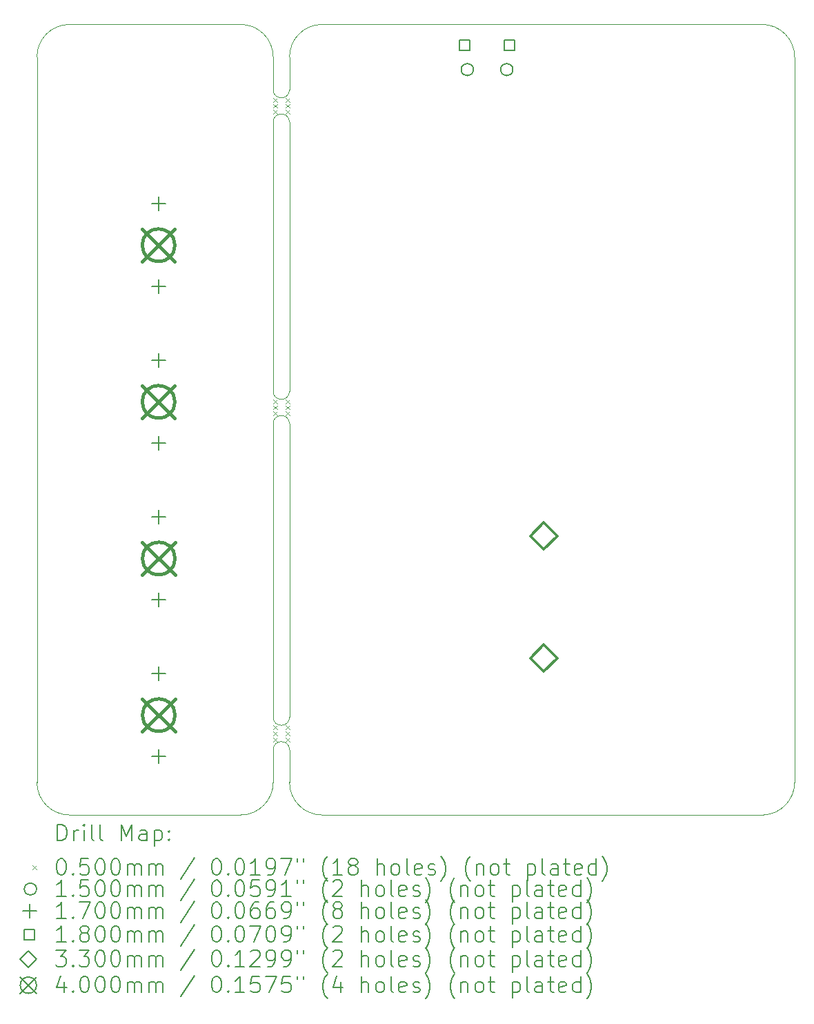
<source format=gbr>
%TF.GenerationSoftware,KiCad,Pcbnew,6.0.11-2627ca5db0~126~ubuntu22.04.1*%
%TF.CreationDate,2024-03-16T21:37:13-04:00*%
%TF.ProjectId,board,626f6172-642e-46b6-9963-61645f706362,rev?*%
%TF.SameCoordinates,Original*%
%TF.FileFunction,Drillmap*%
%TF.FilePolarity,Positive*%
%FSLAX45Y45*%
G04 Gerber Fmt 4.5, Leading zero omitted, Abs format (unit mm)*
G04 Created by KiCad (PCBNEW 6.0.11-2627ca5db0~126~ubuntu22.04.1) date 2024-03-16 21:37:13*
%MOMM*%
%LPD*%
G01*
G04 APERTURE LIST*
%ADD10C,0.100000*%
%ADD11C,0.200000*%
%ADD12C,0.050000*%
%ADD13C,0.150000*%
%ADD14C,0.170000*%
%ADD15C,0.180000*%
%ADD16C,0.330000*%
%ADD17C,0.400000*%
G04 APERTURE END LIST*
D10*
X10200000Y-13600000D02*
X10200000Y-4700000D01*
X13100000Y-13600000D02*
X13100000Y-13200000D01*
X19500000Y-13600000D02*
X19500000Y-4700000D01*
X13100000Y-8800000D02*
G75*
G03*
X13300000Y-8800000I100000J0D01*
G01*
X13700000Y-4300000D02*
G75*
G03*
X13300000Y-4700000I0J-400000D01*
G01*
X13300000Y-5500000D02*
X13300000Y-8800000D01*
X13300000Y-5500000D02*
G75*
G03*
X13100000Y-5500000I-100000J0D01*
G01*
X19120000Y-14000003D02*
G75*
G03*
X19500000Y-13600000I-20530J400004D01*
G01*
X10600000Y-4300000D02*
G75*
G03*
X10200000Y-4700000I0J-400000D01*
G01*
X19100000Y-4300000D02*
X13700000Y-4300000D01*
X10200000Y-13600000D02*
G75*
G03*
X10600000Y-14000000I400000J0D01*
G01*
X13100000Y-4700000D02*
X13100000Y-5100000D01*
X13300000Y-9200000D02*
G75*
G03*
X13100000Y-9200000I-100000J0D01*
G01*
X12700000Y-14000000D02*
X10600000Y-14000000D01*
X13100000Y-9200000D02*
X13100000Y-12800000D01*
X13300000Y-13600000D02*
X13300000Y-13200000D01*
X13300000Y-13200000D02*
G75*
G03*
X13100000Y-13200000I-100000J0D01*
G01*
X13100000Y-5100000D02*
G75*
G03*
X13300000Y-5100000I100000J0D01*
G01*
X13300000Y-9200000D02*
X13300000Y-12800000D01*
X13300000Y-4700000D02*
X13300000Y-5100000D01*
X10600000Y-4300000D02*
X12700000Y-4300000D01*
X13300000Y-13600000D02*
G75*
G03*
X13700000Y-14000000I400000J0D01*
G01*
X13100000Y-8800000D02*
X13100000Y-5500000D01*
X12700000Y-14000000D02*
G75*
G03*
X13100000Y-13600000I0J400000D01*
G01*
X13100000Y-12800000D02*
G75*
G03*
X13300000Y-12800000I100000J0D01*
G01*
X13700000Y-14000000D02*
X19120000Y-14000000D01*
X13100000Y-4700000D02*
G75*
G03*
X12700000Y-4300000I-400000J0D01*
G01*
X19500000Y-4700000D02*
G75*
G03*
X19100000Y-4300000I-400000J0D01*
G01*
D11*
D12*
X13100000Y-5200000D02*
X13150000Y-5250000D01*
X13150000Y-5200000D02*
X13100000Y-5250000D01*
X13100000Y-5275000D02*
X13150000Y-5325000D01*
X13150000Y-5275000D02*
X13100000Y-5325000D01*
X13100000Y-5350000D02*
X13150000Y-5400000D01*
X13150000Y-5350000D02*
X13100000Y-5400000D01*
X13100000Y-8900000D02*
X13150000Y-8950000D01*
X13150000Y-8900000D02*
X13100000Y-8950000D01*
X13100000Y-8975000D02*
X13150000Y-9025000D01*
X13150000Y-8975000D02*
X13100000Y-9025000D01*
X13100000Y-9050000D02*
X13150000Y-9100000D01*
X13150000Y-9050000D02*
X13100000Y-9100000D01*
X13100000Y-12900000D02*
X13150000Y-12950000D01*
X13150000Y-12900000D02*
X13100000Y-12950000D01*
X13100000Y-12975000D02*
X13150000Y-13025000D01*
X13150000Y-12975000D02*
X13100000Y-13025000D01*
X13100000Y-13050000D02*
X13150000Y-13100000D01*
X13150000Y-13050000D02*
X13100000Y-13100000D01*
X13250000Y-5200000D02*
X13300000Y-5250000D01*
X13300000Y-5200000D02*
X13250000Y-5250000D01*
X13250000Y-5275000D02*
X13300000Y-5325000D01*
X13300000Y-5275000D02*
X13250000Y-5325000D01*
X13250000Y-5350000D02*
X13300000Y-5400000D01*
X13300000Y-5350000D02*
X13250000Y-5400000D01*
X13250000Y-8900000D02*
X13300000Y-8950000D01*
X13300000Y-8900000D02*
X13250000Y-8950000D01*
X13250000Y-8975000D02*
X13300000Y-9025000D01*
X13300000Y-8975000D02*
X13250000Y-9025000D01*
X13250000Y-9050000D02*
X13300000Y-9100000D01*
X13300000Y-9050000D02*
X13250000Y-9100000D01*
X13250000Y-12900000D02*
X13300000Y-12950000D01*
X13300000Y-12900000D02*
X13250000Y-12950000D01*
X13250000Y-12975000D02*
X13300000Y-13025000D01*
X13300000Y-12975000D02*
X13250000Y-13025000D01*
X13250000Y-13050000D02*
X13300000Y-13100000D01*
X13300000Y-13050000D02*
X13250000Y-13100000D01*
D13*
X15557000Y-4854000D02*
G75*
G03*
X15557000Y-4854000I-75000J0D01*
G01*
X16042000Y-4854000D02*
G75*
G03*
X16042000Y-4854000I-75000J0D01*
G01*
D14*
X11693000Y-6416000D02*
X11693000Y-6586000D01*
X11608000Y-6501000D02*
X11778000Y-6501000D01*
X11693000Y-7432000D02*
X11693000Y-7602000D01*
X11608000Y-7517000D02*
X11778000Y-7517000D01*
X11693000Y-8338000D02*
X11693000Y-8508000D01*
X11608000Y-8423000D02*
X11778000Y-8423000D01*
X11693000Y-9354000D02*
X11693000Y-9524000D01*
X11608000Y-9439000D02*
X11778000Y-9439000D01*
X11695000Y-10260000D02*
X11695000Y-10430000D01*
X11610000Y-10345000D02*
X11780000Y-10345000D01*
X11695000Y-11276000D02*
X11695000Y-11446000D01*
X11610000Y-11361000D02*
X11780000Y-11361000D01*
X11695000Y-12182000D02*
X11695000Y-12352000D01*
X11610000Y-12267000D02*
X11780000Y-12267000D01*
X11695000Y-13198000D02*
X11695000Y-13368000D01*
X11610000Y-13283000D02*
X11780000Y-13283000D01*
D15*
X15515640Y-4614640D02*
X15515640Y-4487360D01*
X15388360Y-4487360D01*
X15388360Y-4614640D01*
X15515640Y-4614640D01*
X16060640Y-4614640D02*
X16060640Y-4487360D01*
X15933360Y-4487360D01*
X15933360Y-4614640D01*
X16060640Y-4614640D01*
D16*
X16422500Y-10743000D02*
X16587500Y-10578000D01*
X16422500Y-10413000D01*
X16257500Y-10578000D01*
X16422500Y-10743000D01*
X16422500Y-12242000D02*
X16587500Y-12077000D01*
X16422500Y-11912000D01*
X16257500Y-12077000D01*
X16422500Y-12242000D01*
D17*
X11493000Y-6809000D02*
X11893000Y-7209000D01*
X11893000Y-6809000D02*
X11493000Y-7209000D01*
X11893000Y-7009000D02*
G75*
G03*
X11893000Y-7009000I-200000J0D01*
G01*
X11493000Y-8731000D02*
X11893000Y-9131000D01*
X11893000Y-8731000D02*
X11493000Y-9131000D01*
X11893000Y-8931000D02*
G75*
G03*
X11893000Y-8931000I-200000J0D01*
G01*
X11495000Y-10653000D02*
X11895000Y-11053000D01*
X11895000Y-10653000D02*
X11495000Y-11053000D01*
X11895000Y-10853000D02*
G75*
G03*
X11895000Y-10853000I-200000J0D01*
G01*
X11495000Y-12575000D02*
X11895000Y-12975000D01*
X11895000Y-12575000D02*
X11495000Y-12975000D01*
X11895000Y-12775000D02*
G75*
G03*
X11895000Y-12775000I-200000J0D01*
G01*
D11*
X10452619Y-14315476D02*
X10452619Y-14115476D01*
X10500238Y-14115476D01*
X10528810Y-14125000D01*
X10547857Y-14144048D01*
X10557381Y-14163095D01*
X10566905Y-14201190D01*
X10566905Y-14229762D01*
X10557381Y-14267857D01*
X10547857Y-14286905D01*
X10528810Y-14305952D01*
X10500238Y-14315476D01*
X10452619Y-14315476D01*
X10652619Y-14315476D02*
X10652619Y-14182143D01*
X10652619Y-14220238D02*
X10662143Y-14201190D01*
X10671667Y-14191667D01*
X10690714Y-14182143D01*
X10709762Y-14182143D01*
X10776429Y-14315476D02*
X10776429Y-14182143D01*
X10776429Y-14115476D02*
X10766905Y-14125000D01*
X10776429Y-14134524D01*
X10785952Y-14125000D01*
X10776429Y-14115476D01*
X10776429Y-14134524D01*
X10900238Y-14315476D02*
X10881190Y-14305952D01*
X10871667Y-14286905D01*
X10871667Y-14115476D01*
X11005000Y-14315476D02*
X10985952Y-14305952D01*
X10976429Y-14286905D01*
X10976429Y-14115476D01*
X11233571Y-14315476D02*
X11233571Y-14115476D01*
X11300238Y-14258333D01*
X11366905Y-14115476D01*
X11366905Y-14315476D01*
X11547857Y-14315476D02*
X11547857Y-14210714D01*
X11538333Y-14191667D01*
X11519286Y-14182143D01*
X11481190Y-14182143D01*
X11462143Y-14191667D01*
X11547857Y-14305952D02*
X11528809Y-14315476D01*
X11481190Y-14315476D01*
X11462143Y-14305952D01*
X11452619Y-14286905D01*
X11452619Y-14267857D01*
X11462143Y-14248809D01*
X11481190Y-14239286D01*
X11528809Y-14239286D01*
X11547857Y-14229762D01*
X11643095Y-14182143D02*
X11643095Y-14382143D01*
X11643095Y-14191667D02*
X11662143Y-14182143D01*
X11700238Y-14182143D01*
X11719286Y-14191667D01*
X11728809Y-14201190D01*
X11738333Y-14220238D01*
X11738333Y-14277381D01*
X11728809Y-14296428D01*
X11719286Y-14305952D01*
X11700238Y-14315476D01*
X11662143Y-14315476D01*
X11643095Y-14305952D01*
X11824048Y-14296428D02*
X11833571Y-14305952D01*
X11824048Y-14315476D01*
X11814524Y-14305952D01*
X11824048Y-14296428D01*
X11824048Y-14315476D01*
X11824048Y-14191667D02*
X11833571Y-14201190D01*
X11824048Y-14210714D01*
X11814524Y-14201190D01*
X11824048Y-14191667D01*
X11824048Y-14210714D01*
D12*
X10145000Y-14620000D02*
X10195000Y-14670000D01*
X10195000Y-14620000D02*
X10145000Y-14670000D01*
D11*
X10490714Y-14535476D02*
X10509762Y-14535476D01*
X10528810Y-14545000D01*
X10538333Y-14554524D01*
X10547857Y-14573571D01*
X10557381Y-14611667D01*
X10557381Y-14659286D01*
X10547857Y-14697381D01*
X10538333Y-14716428D01*
X10528810Y-14725952D01*
X10509762Y-14735476D01*
X10490714Y-14735476D01*
X10471667Y-14725952D01*
X10462143Y-14716428D01*
X10452619Y-14697381D01*
X10443095Y-14659286D01*
X10443095Y-14611667D01*
X10452619Y-14573571D01*
X10462143Y-14554524D01*
X10471667Y-14545000D01*
X10490714Y-14535476D01*
X10643095Y-14716428D02*
X10652619Y-14725952D01*
X10643095Y-14735476D01*
X10633571Y-14725952D01*
X10643095Y-14716428D01*
X10643095Y-14735476D01*
X10833571Y-14535476D02*
X10738333Y-14535476D01*
X10728810Y-14630714D01*
X10738333Y-14621190D01*
X10757381Y-14611667D01*
X10805000Y-14611667D01*
X10824048Y-14621190D01*
X10833571Y-14630714D01*
X10843095Y-14649762D01*
X10843095Y-14697381D01*
X10833571Y-14716428D01*
X10824048Y-14725952D01*
X10805000Y-14735476D01*
X10757381Y-14735476D01*
X10738333Y-14725952D01*
X10728810Y-14716428D01*
X10966905Y-14535476D02*
X10985952Y-14535476D01*
X11005000Y-14545000D01*
X11014524Y-14554524D01*
X11024048Y-14573571D01*
X11033571Y-14611667D01*
X11033571Y-14659286D01*
X11024048Y-14697381D01*
X11014524Y-14716428D01*
X11005000Y-14725952D01*
X10985952Y-14735476D01*
X10966905Y-14735476D01*
X10947857Y-14725952D01*
X10938333Y-14716428D01*
X10928810Y-14697381D01*
X10919286Y-14659286D01*
X10919286Y-14611667D01*
X10928810Y-14573571D01*
X10938333Y-14554524D01*
X10947857Y-14545000D01*
X10966905Y-14535476D01*
X11157381Y-14535476D02*
X11176429Y-14535476D01*
X11195476Y-14545000D01*
X11205000Y-14554524D01*
X11214524Y-14573571D01*
X11224048Y-14611667D01*
X11224048Y-14659286D01*
X11214524Y-14697381D01*
X11205000Y-14716428D01*
X11195476Y-14725952D01*
X11176429Y-14735476D01*
X11157381Y-14735476D01*
X11138333Y-14725952D01*
X11128810Y-14716428D01*
X11119286Y-14697381D01*
X11109762Y-14659286D01*
X11109762Y-14611667D01*
X11119286Y-14573571D01*
X11128810Y-14554524D01*
X11138333Y-14545000D01*
X11157381Y-14535476D01*
X11309762Y-14735476D02*
X11309762Y-14602143D01*
X11309762Y-14621190D02*
X11319286Y-14611667D01*
X11338333Y-14602143D01*
X11366905Y-14602143D01*
X11385952Y-14611667D01*
X11395476Y-14630714D01*
X11395476Y-14735476D01*
X11395476Y-14630714D02*
X11405000Y-14611667D01*
X11424048Y-14602143D01*
X11452619Y-14602143D01*
X11471667Y-14611667D01*
X11481190Y-14630714D01*
X11481190Y-14735476D01*
X11576428Y-14735476D02*
X11576428Y-14602143D01*
X11576428Y-14621190D02*
X11585952Y-14611667D01*
X11605000Y-14602143D01*
X11633571Y-14602143D01*
X11652619Y-14611667D01*
X11662143Y-14630714D01*
X11662143Y-14735476D01*
X11662143Y-14630714D02*
X11671667Y-14611667D01*
X11690714Y-14602143D01*
X11719286Y-14602143D01*
X11738333Y-14611667D01*
X11747857Y-14630714D01*
X11747857Y-14735476D01*
X12138333Y-14525952D02*
X11966905Y-14783095D01*
X12395476Y-14535476D02*
X12414524Y-14535476D01*
X12433571Y-14545000D01*
X12443095Y-14554524D01*
X12452619Y-14573571D01*
X12462143Y-14611667D01*
X12462143Y-14659286D01*
X12452619Y-14697381D01*
X12443095Y-14716428D01*
X12433571Y-14725952D01*
X12414524Y-14735476D01*
X12395476Y-14735476D01*
X12376428Y-14725952D01*
X12366905Y-14716428D01*
X12357381Y-14697381D01*
X12347857Y-14659286D01*
X12347857Y-14611667D01*
X12357381Y-14573571D01*
X12366905Y-14554524D01*
X12376428Y-14545000D01*
X12395476Y-14535476D01*
X12547857Y-14716428D02*
X12557381Y-14725952D01*
X12547857Y-14735476D01*
X12538333Y-14725952D01*
X12547857Y-14716428D01*
X12547857Y-14735476D01*
X12681190Y-14535476D02*
X12700238Y-14535476D01*
X12719286Y-14545000D01*
X12728809Y-14554524D01*
X12738333Y-14573571D01*
X12747857Y-14611667D01*
X12747857Y-14659286D01*
X12738333Y-14697381D01*
X12728809Y-14716428D01*
X12719286Y-14725952D01*
X12700238Y-14735476D01*
X12681190Y-14735476D01*
X12662143Y-14725952D01*
X12652619Y-14716428D01*
X12643095Y-14697381D01*
X12633571Y-14659286D01*
X12633571Y-14611667D01*
X12643095Y-14573571D01*
X12652619Y-14554524D01*
X12662143Y-14545000D01*
X12681190Y-14535476D01*
X12938333Y-14735476D02*
X12824048Y-14735476D01*
X12881190Y-14735476D02*
X12881190Y-14535476D01*
X12862143Y-14564048D01*
X12843095Y-14583095D01*
X12824048Y-14592619D01*
X13033571Y-14735476D02*
X13071667Y-14735476D01*
X13090714Y-14725952D01*
X13100238Y-14716428D01*
X13119286Y-14687857D01*
X13128809Y-14649762D01*
X13128809Y-14573571D01*
X13119286Y-14554524D01*
X13109762Y-14545000D01*
X13090714Y-14535476D01*
X13052619Y-14535476D01*
X13033571Y-14545000D01*
X13024048Y-14554524D01*
X13014524Y-14573571D01*
X13014524Y-14621190D01*
X13024048Y-14640238D01*
X13033571Y-14649762D01*
X13052619Y-14659286D01*
X13090714Y-14659286D01*
X13109762Y-14649762D01*
X13119286Y-14640238D01*
X13128809Y-14621190D01*
X13195476Y-14535476D02*
X13328809Y-14535476D01*
X13243095Y-14735476D01*
X13395476Y-14535476D02*
X13395476Y-14573571D01*
X13471667Y-14535476D02*
X13471667Y-14573571D01*
X13766905Y-14811667D02*
X13757381Y-14802143D01*
X13738333Y-14773571D01*
X13728809Y-14754524D01*
X13719286Y-14725952D01*
X13709762Y-14678333D01*
X13709762Y-14640238D01*
X13719286Y-14592619D01*
X13728809Y-14564048D01*
X13738333Y-14545000D01*
X13757381Y-14516428D01*
X13766905Y-14506905D01*
X13947857Y-14735476D02*
X13833571Y-14735476D01*
X13890714Y-14735476D02*
X13890714Y-14535476D01*
X13871667Y-14564048D01*
X13852619Y-14583095D01*
X13833571Y-14592619D01*
X14062143Y-14621190D02*
X14043095Y-14611667D01*
X14033571Y-14602143D01*
X14024048Y-14583095D01*
X14024048Y-14573571D01*
X14033571Y-14554524D01*
X14043095Y-14545000D01*
X14062143Y-14535476D01*
X14100238Y-14535476D01*
X14119286Y-14545000D01*
X14128809Y-14554524D01*
X14138333Y-14573571D01*
X14138333Y-14583095D01*
X14128809Y-14602143D01*
X14119286Y-14611667D01*
X14100238Y-14621190D01*
X14062143Y-14621190D01*
X14043095Y-14630714D01*
X14033571Y-14640238D01*
X14024048Y-14659286D01*
X14024048Y-14697381D01*
X14033571Y-14716428D01*
X14043095Y-14725952D01*
X14062143Y-14735476D01*
X14100238Y-14735476D01*
X14119286Y-14725952D01*
X14128809Y-14716428D01*
X14138333Y-14697381D01*
X14138333Y-14659286D01*
X14128809Y-14640238D01*
X14119286Y-14630714D01*
X14100238Y-14621190D01*
X14376428Y-14735476D02*
X14376428Y-14535476D01*
X14462143Y-14735476D02*
X14462143Y-14630714D01*
X14452619Y-14611667D01*
X14433571Y-14602143D01*
X14405000Y-14602143D01*
X14385952Y-14611667D01*
X14376428Y-14621190D01*
X14585952Y-14735476D02*
X14566905Y-14725952D01*
X14557381Y-14716428D01*
X14547857Y-14697381D01*
X14547857Y-14640238D01*
X14557381Y-14621190D01*
X14566905Y-14611667D01*
X14585952Y-14602143D01*
X14614524Y-14602143D01*
X14633571Y-14611667D01*
X14643095Y-14621190D01*
X14652619Y-14640238D01*
X14652619Y-14697381D01*
X14643095Y-14716428D01*
X14633571Y-14725952D01*
X14614524Y-14735476D01*
X14585952Y-14735476D01*
X14766905Y-14735476D02*
X14747857Y-14725952D01*
X14738333Y-14706905D01*
X14738333Y-14535476D01*
X14919286Y-14725952D02*
X14900238Y-14735476D01*
X14862143Y-14735476D01*
X14843095Y-14725952D01*
X14833571Y-14706905D01*
X14833571Y-14630714D01*
X14843095Y-14611667D01*
X14862143Y-14602143D01*
X14900238Y-14602143D01*
X14919286Y-14611667D01*
X14928809Y-14630714D01*
X14928809Y-14649762D01*
X14833571Y-14668809D01*
X15005000Y-14725952D02*
X15024048Y-14735476D01*
X15062143Y-14735476D01*
X15081190Y-14725952D01*
X15090714Y-14706905D01*
X15090714Y-14697381D01*
X15081190Y-14678333D01*
X15062143Y-14668809D01*
X15033571Y-14668809D01*
X15014524Y-14659286D01*
X15005000Y-14640238D01*
X15005000Y-14630714D01*
X15014524Y-14611667D01*
X15033571Y-14602143D01*
X15062143Y-14602143D01*
X15081190Y-14611667D01*
X15157381Y-14811667D02*
X15166905Y-14802143D01*
X15185952Y-14773571D01*
X15195476Y-14754524D01*
X15205000Y-14725952D01*
X15214524Y-14678333D01*
X15214524Y-14640238D01*
X15205000Y-14592619D01*
X15195476Y-14564048D01*
X15185952Y-14545000D01*
X15166905Y-14516428D01*
X15157381Y-14506905D01*
X15519286Y-14811667D02*
X15509762Y-14802143D01*
X15490714Y-14773571D01*
X15481190Y-14754524D01*
X15471667Y-14725952D01*
X15462143Y-14678333D01*
X15462143Y-14640238D01*
X15471667Y-14592619D01*
X15481190Y-14564048D01*
X15490714Y-14545000D01*
X15509762Y-14516428D01*
X15519286Y-14506905D01*
X15595476Y-14602143D02*
X15595476Y-14735476D01*
X15595476Y-14621190D02*
X15605000Y-14611667D01*
X15624048Y-14602143D01*
X15652619Y-14602143D01*
X15671667Y-14611667D01*
X15681190Y-14630714D01*
X15681190Y-14735476D01*
X15805000Y-14735476D02*
X15785952Y-14725952D01*
X15776428Y-14716428D01*
X15766905Y-14697381D01*
X15766905Y-14640238D01*
X15776428Y-14621190D01*
X15785952Y-14611667D01*
X15805000Y-14602143D01*
X15833571Y-14602143D01*
X15852619Y-14611667D01*
X15862143Y-14621190D01*
X15871667Y-14640238D01*
X15871667Y-14697381D01*
X15862143Y-14716428D01*
X15852619Y-14725952D01*
X15833571Y-14735476D01*
X15805000Y-14735476D01*
X15928809Y-14602143D02*
X16005000Y-14602143D01*
X15957381Y-14535476D02*
X15957381Y-14706905D01*
X15966905Y-14725952D01*
X15985952Y-14735476D01*
X16005000Y-14735476D01*
X16224048Y-14602143D02*
X16224048Y-14802143D01*
X16224048Y-14611667D02*
X16243095Y-14602143D01*
X16281190Y-14602143D01*
X16300238Y-14611667D01*
X16309762Y-14621190D01*
X16319286Y-14640238D01*
X16319286Y-14697381D01*
X16309762Y-14716428D01*
X16300238Y-14725952D01*
X16281190Y-14735476D01*
X16243095Y-14735476D01*
X16224048Y-14725952D01*
X16433571Y-14735476D02*
X16414524Y-14725952D01*
X16405000Y-14706905D01*
X16405000Y-14535476D01*
X16595476Y-14735476D02*
X16595476Y-14630714D01*
X16585952Y-14611667D01*
X16566905Y-14602143D01*
X16528809Y-14602143D01*
X16509762Y-14611667D01*
X16595476Y-14725952D02*
X16576428Y-14735476D01*
X16528809Y-14735476D01*
X16509762Y-14725952D01*
X16500238Y-14706905D01*
X16500238Y-14687857D01*
X16509762Y-14668809D01*
X16528809Y-14659286D01*
X16576428Y-14659286D01*
X16595476Y-14649762D01*
X16662143Y-14602143D02*
X16738333Y-14602143D01*
X16690714Y-14535476D02*
X16690714Y-14706905D01*
X16700238Y-14725952D01*
X16719286Y-14735476D01*
X16738333Y-14735476D01*
X16881190Y-14725952D02*
X16862143Y-14735476D01*
X16824048Y-14735476D01*
X16805000Y-14725952D01*
X16795476Y-14706905D01*
X16795476Y-14630714D01*
X16805000Y-14611667D01*
X16824048Y-14602143D01*
X16862143Y-14602143D01*
X16881190Y-14611667D01*
X16890714Y-14630714D01*
X16890714Y-14649762D01*
X16795476Y-14668809D01*
X17062143Y-14735476D02*
X17062143Y-14535476D01*
X17062143Y-14725952D02*
X17043095Y-14735476D01*
X17005000Y-14735476D01*
X16985952Y-14725952D01*
X16976429Y-14716428D01*
X16966905Y-14697381D01*
X16966905Y-14640238D01*
X16976429Y-14621190D01*
X16985952Y-14611667D01*
X17005000Y-14602143D01*
X17043095Y-14602143D01*
X17062143Y-14611667D01*
X17138333Y-14811667D02*
X17147857Y-14802143D01*
X17166905Y-14773571D01*
X17176429Y-14754524D01*
X17185952Y-14725952D01*
X17195476Y-14678333D01*
X17195476Y-14640238D01*
X17185952Y-14592619D01*
X17176429Y-14564048D01*
X17166905Y-14545000D01*
X17147857Y-14516428D01*
X17138333Y-14506905D01*
D13*
X10195000Y-14909000D02*
G75*
G03*
X10195000Y-14909000I-75000J0D01*
G01*
D11*
X10557381Y-14999476D02*
X10443095Y-14999476D01*
X10500238Y-14999476D02*
X10500238Y-14799476D01*
X10481190Y-14828048D01*
X10462143Y-14847095D01*
X10443095Y-14856619D01*
X10643095Y-14980428D02*
X10652619Y-14989952D01*
X10643095Y-14999476D01*
X10633571Y-14989952D01*
X10643095Y-14980428D01*
X10643095Y-14999476D01*
X10833571Y-14799476D02*
X10738333Y-14799476D01*
X10728810Y-14894714D01*
X10738333Y-14885190D01*
X10757381Y-14875667D01*
X10805000Y-14875667D01*
X10824048Y-14885190D01*
X10833571Y-14894714D01*
X10843095Y-14913762D01*
X10843095Y-14961381D01*
X10833571Y-14980428D01*
X10824048Y-14989952D01*
X10805000Y-14999476D01*
X10757381Y-14999476D01*
X10738333Y-14989952D01*
X10728810Y-14980428D01*
X10966905Y-14799476D02*
X10985952Y-14799476D01*
X11005000Y-14809000D01*
X11014524Y-14818524D01*
X11024048Y-14837571D01*
X11033571Y-14875667D01*
X11033571Y-14923286D01*
X11024048Y-14961381D01*
X11014524Y-14980428D01*
X11005000Y-14989952D01*
X10985952Y-14999476D01*
X10966905Y-14999476D01*
X10947857Y-14989952D01*
X10938333Y-14980428D01*
X10928810Y-14961381D01*
X10919286Y-14923286D01*
X10919286Y-14875667D01*
X10928810Y-14837571D01*
X10938333Y-14818524D01*
X10947857Y-14809000D01*
X10966905Y-14799476D01*
X11157381Y-14799476D02*
X11176429Y-14799476D01*
X11195476Y-14809000D01*
X11205000Y-14818524D01*
X11214524Y-14837571D01*
X11224048Y-14875667D01*
X11224048Y-14923286D01*
X11214524Y-14961381D01*
X11205000Y-14980428D01*
X11195476Y-14989952D01*
X11176429Y-14999476D01*
X11157381Y-14999476D01*
X11138333Y-14989952D01*
X11128810Y-14980428D01*
X11119286Y-14961381D01*
X11109762Y-14923286D01*
X11109762Y-14875667D01*
X11119286Y-14837571D01*
X11128810Y-14818524D01*
X11138333Y-14809000D01*
X11157381Y-14799476D01*
X11309762Y-14999476D02*
X11309762Y-14866143D01*
X11309762Y-14885190D02*
X11319286Y-14875667D01*
X11338333Y-14866143D01*
X11366905Y-14866143D01*
X11385952Y-14875667D01*
X11395476Y-14894714D01*
X11395476Y-14999476D01*
X11395476Y-14894714D02*
X11405000Y-14875667D01*
X11424048Y-14866143D01*
X11452619Y-14866143D01*
X11471667Y-14875667D01*
X11481190Y-14894714D01*
X11481190Y-14999476D01*
X11576428Y-14999476D02*
X11576428Y-14866143D01*
X11576428Y-14885190D02*
X11585952Y-14875667D01*
X11605000Y-14866143D01*
X11633571Y-14866143D01*
X11652619Y-14875667D01*
X11662143Y-14894714D01*
X11662143Y-14999476D01*
X11662143Y-14894714D02*
X11671667Y-14875667D01*
X11690714Y-14866143D01*
X11719286Y-14866143D01*
X11738333Y-14875667D01*
X11747857Y-14894714D01*
X11747857Y-14999476D01*
X12138333Y-14789952D02*
X11966905Y-15047095D01*
X12395476Y-14799476D02*
X12414524Y-14799476D01*
X12433571Y-14809000D01*
X12443095Y-14818524D01*
X12452619Y-14837571D01*
X12462143Y-14875667D01*
X12462143Y-14923286D01*
X12452619Y-14961381D01*
X12443095Y-14980428D01*
X12433571Y-14989952D01*
X12414524Y-14999476D01*
X12395476Y-14999476D01*
X12376428Y-14989952D01*
X12366905Y-14980428D01*
X12357381Y-14961381D01*
X12347857Y-14923286D01*
X12347857Y-14875667D01*
X12357381Y-14837571D01*
X12366905Y-14818524D01*
X12376428Y-14809000D01*
X12395476Y-14799476D01*
X12547857Y-14980428D02*
X12557381Y-14989952D01*
X12547857Y-14999476D01*
X12538333Y-14989952D01*
X12547857Y-14980428D01*
X12547857Y-14999476D01*
X12681190Y-14799476D02*
X12700238Y-14799476D01*
X12719286Y-14809000D01*
X12728809Y-14818524D01*
X12738333Y-14837571D01*
X12747857Y-14875667D01*
X12747857Y-14923286D01*
X12738333Y-14961381D01*
X12728809Y-14980428D01*
X12719286Y-14989952D01*
X12700238Y-14999476D01*
X12681190Y-14999476D01*
X12662143Y-14989952D01*
X12652619Y-14980428D01*
X12643095Y-14961381D01*
X12633571Y-14923286D01*
X12633571Y-14875667D01*
X12643095Y-14837571D01*
X12652619Y-14818524D01*
X12662143Y-14809000D01*
X12681190Y-14799476D01*
X12928809Y-14799476D02*
X12833571Y-14799476D01*
X12824048Y-14894714D01*
X12833571Y-14885190D01*
X12852619Y-14875667D01*
X12900238Y-14875667D01*
X12919286Y-14885190D01*
X12928809Y-14894714D01*
X12938333Y-14913762D01*
X12938333Y-14961381D01*
X12928809Y-14980428D01*
X12919286Y-14989952D01*
X12900238Y-14999476D01*
X12852619Y-14999476D01*
X12833571Y-14989952D01*
X12824048Y-14980428D01*
X13033571Y-14999476D02*
X13071667Y-14999476D01*
X13090714Y-14989952D01*
X13100238Y-14980428D01*
X13119286Y-14951857D01*
X13128809Y-14913762D01*
X13128809Y-14837571D01*
X13119286Y-14818524D01*
X13109762Y-14809000D01*
X13090714Y-14799476D01*
X13052619Y-14799476D01*
X13033571Y-14809000D01*
X13024048Y-14818524D01*
X13014524Y-14837571D01*
X13014524Y-14885190D01*
X13024048Y-14904238D01*
X13033571Y-14913762D01*
X13052619Y-14923286D01*
X13090714Y-14923286D01*
X13109762Y-14913762D01*
X13119286Y-14904238D01*
X13128809Y-14885190D01*
X13319286Y-14999476D02*
X13205000Y-14999476D01*
X13262143Y-14999476D02*
X13262143Y-14799476D01*
X13243095Y-14828048D01*
X13224048Y-14847095D01*
X13205000Y-14856619D01*
X13395476Y-14799476D02*
X13395476Y-14837571D01*
X13471667Y-14799476D02*
X13471667Y-14837571D01*
X13766905Y-15075667D02*
X13757381Y-15066143D01*
X13738333Y-15037571D01*
X13728809Y-15018524D01*
X13719286Y-14989952D01*
X13709762Y-14942333D01*
X13709762Y-14904238D01*
X13719286Y-14856619D01*
X13728809Y-14828048D01*
X13738333Y-14809000D01*
X13757381Y-14780428D01*
X13766905Y-14770905D01*
X13833571Y-14818524D02*
X13843095Y-14809000D01*
X13862143Y-14799476D01*
X13909762Y-14799476D01*
X13928809Y-14809000D01*
X13938333Y-14818524D01*
X13947857Y-14837571D01*
X13947857Y-14856619D01*
X13938333Y-14885190D01*
X13824048Y-14999476D01*
X13947857Y-14999476D01*
X14185952Y-14999476D02*
X14185952Y-14799476D01*
X14271667Y-14999476D02*
X14271667Y-14894714D01*
X14262143Y-14875667D01*
X14243095Y-14866143D01*
X14214524Y-14866143D01*
X14195476Y-14875667D01*
X14185952Y-14885190D01*
X14395476Y-14999476D02*
X14376428Y-14989952D01*
X14366905Y-14980428D01*
X14357381Y-14961381D01*
X14357381Y-14904238D01*
X14366905Y-14885190D01*
X14376428Y-14875667D01*
X14395476Y-14866143D01*
X14424048Y-14866143D01*
X14443095Y-14875667D01*
X14452619Y-14885190D01*
X14462143Y-14904238D01*
X14462143Y-14961381D01*
X14452619Y-14980428D01*
X14443095Y-14989952D01*
X14424048Y-14999476D01*
X14395476Y-14999476D01*
X14576428Y-14999476D02*
X14557381Y-14989952D01*
X14547857Y-14970905D01*
X14547857Y-14799476D01*
X14728809Y-14989952D02*
X14709762Y-14999476D01*
X14671667Y-14999476D01*
X14652619Y-14989952D01*
X14643095Y-14970905D01*
X14643095Y-14894714D01*
X14652619Y-14875667D01*
X14671667Y-14866143D01*
X14709762Y-14866143D01*
X14728809Y-14875667D01*
X14738333Y-14894714D01*
X14738333Y-14913762D01*
X14643095Y-14932809D01*
X14814524Y-14989952D02*
X14833571Y-14999476D01*
X14871667Y-14999476D01*
X14890714Y-14989952D01*
X14900238Y-14970905D01*
X14900238Y-14961381D01*
X14890714Y-14942333D01*
X14871667Y-14932809D01*
X14843095Y-14932809D01*
X14824048Y-14923286D01*
X14814524Y-14904238D01*
X14814524Y-14894714D01*
X14824048Y-14875667D01*
X14843095Y-14866143D01*
X14871667Y-14866143D01*
X14890714Y-14875667D01*
X14966905Y-15075667D02*
X14976428Y-15066143D01*
X14995476Y-15037571D01*
X15005000Y-15018524D01*
X15014524Y-14989952D01*
X15024048Y-14942333D01*
X15024048Y-14904238D01*
X15014524Y-14856619D01*
X15005000Y-14828048D01*
X14995476Y-14809000D01*
X14976428Y-14780428D01*
X14966905Y-14770905D01*
X15328809Y-15075667D02*
X15319286Y-15066143D01*
X15300238Y-15037571D01*
X15290714Y-15018524D01*
X15281190Y-14989952D01*
X15271667Y-14942333D01*
X15271667Y-14904238D01*
X15281190Y-14856619D01*
X15290714Y-14828048D01*
X15300238Y-14809000D01*
X15319286Y-14780428D01*
X15328809Y-14770905D01*
X15405000Y-14866143D02*
X15405000Y-14999476D01*
X15405000Y-14885190D02*
X15414524Y-14875667D01*
X15433571Y-14866143D01*
X15462143Y-14866143D01*
X15481190Y-14875667D01*
X15490714Y-14894714D01*
X15490714Y-14999476D01*
X15614524Y-14999476D02*
X15595476Y-14989952D01*
X15585952Y-14980428D01*
X15576428Y-14961381D01*
X15576428Y-14904238D01*
X15585952Y-14885190D01*
X15595476Y-14875667D01*
X15614524Y-14866143D01*
X15643095Y-14866143D01*
X15662143Y-14875667D01*
X15671667Y-14885190D01*
X15681190Y-14904238D01*
X15681190Y-14961381D01*
X15671667Y-14980428D01*
X15662143Y-14989952D01*
X15643095Y-14999476D01*
X15614524Y-14999476D01*
X15738333Y-14866143D02*
X15814524Y-14866143D01*
X15766905Y-14799476D02*
X15766905Y-14970905D01*
X15776428Y-14989952D01*
X15795476Y-14999476D01*
X15814524Y-14999476D01*
X16033571Y-14866143D02*
X16033571Y-15066143D01*
X16033571Y-14875667D02*
X16052619Y-14866143D01*
X16090714Y-14866143D01*
X16109762Y-14875667D01*
X16119286Y-14885190D01*
X16128809Y-14904238D01*
X16128809Y-14961381D01*
X16119286Y-14980428D01*
X16109762Y-14989952D01*
X16090714Y-14999476D01*
X16052619Y-14999476D01*
X16033571Y-14989952D01*
X16243095Y-14999476D02*
X16224048Y-14989952D01*
X16214524Y-14970905D01*
X16214524Y-14799476D01*
X16405000Y-14999476D02*
X16405000Y-14894714D01*
X16395476Y-14875667D01*
X16376428Y-14866143D01*
X16338333Y-14866143D01*
X16319286Y-14875667D01*
X16405000Y-14989952D02*
X16385952Y-14999476D01*
X16338333Y-14999476D01*
X16319286Y-14989952D01*
X16309762Y-14970905D01*
X16309762Y-14951857D01*
X16319286Y-14932809D01*
X16338333Y-14923286D01*
X16385952Y-14923286D01*
X16405000Y-14913762D01*
X16471667Y-14866143D02*
X16547857Y-14866143D01*
X16500238Y-14799476D02*
X16500238Y-14970905D01*
X16509762Y-14989952D01*
X16528809Y-14999476D01*
X16547857Y-14999476D01*
X16690714Y-14989952D02*
X16671667Y-14999476D01*
X16633571Y-14999476D01*
X16614524Y-14989952D01*
X16605000Y-14970905D01*
X16605000Y-14894714D01*
X16614524Y-14875667D01*
X16633571Y-14866143D01*
X16671667Y-14866143D01*
X16690714Y-14875667D01*
X16700238Y-14894714D01*
X16700238Y-14913762D01*
X16605000Y-14932809D01*
X16871667Y-14999476D02*
X16871667Y-14799476D01*
X16871667Y-14989952D02*
X16852619Y-14999476D01*
X16814524Y-14999476D01*
X16795476Y-14989952D01*
X16785952Y-14980428D01*
X16776428Y-14961381D01*
X16776428Y-14904238D01*
X16785952Y-14885190D01*
X16795476Y-14875667D01*
X16814524Y-14866143D01*
X16852619Y-14866143D01*
X16871667Y-14875667D01*
X16947857Y-15075667D02*
X16957381Y-15066143D01*
X16976429Y-15037571D01*
X16985952Y-15018524D01*
X16995476Y-14989952D01*
X17005000Y-14942333D01*
X17005000Y-14904238D01*
X16995476Y-14856619D01*
X16985952Y-14828048D01*
X16976429Y-14809000D01*
X16957381Y-14780428D01*
X16947857Y-14770905D01*
D14*
X10110000Y-15094000D02*
X10110000Y-15264000D01*
X10025000Y-15179000D02*
X10195000Y-15179000D01*
D11*
X10557381Y-15269476D02*
X10443095Y-15269476D01*
X10500238Y-15269476D02*
X10500238Y-15069476D01*
X10481190Y-15098048D01*
X10462143Y-15117095D01*
X10443095Y-15126619D01*
X10643095Y-15250428D02*
X10652619Y-15259952D01*
X10643095Y-15269476D01*
X10633571Y-15259952D01*
X10643095Y-15250428D01*
X10643095Y-15269476D01*
X10719286Y-15069476D02*
X10852619Y-15069476D01*
X10766905Y-15269476D01*
X10966905Y-15069476D02*
X10985952Y-15069476D01*
X11005000Y-15079000D01*
X11014524Y-15088524D01*
X11024048Y-15107571D01*
X11033571Y-15145667D01*
X11033571Y-15193286D01*
X11024048Y-15231381D01*
X11014524Y-15250428D01*
X11005000Y-15259952D01*
X10985952Y-15269476D01*
X10966905Y-15269476D01*
X10947857Y-15259952D01*
X10938333Y-15250428D01*
X10928810Y-15231381D01*
X10919286Y-15193286D01*
X10919286Y-15145667D01*
X10928810Y-15107571D01*
X10938333Y-15088524D01*
X10947857Y-15079000D01*
X10966905Y-15069476D01*
X11157381Y-15069476D02*
X11176429Y-15069476D01*
X11195476Y-15079000D01*
X11205000Y-15088524D01*
X11214524Y-15107571D01*
X11224048Y-15145667D01*
X11224048Y-15193286D01*
X11214524Y-15231381D01*
X11205000Y-15250428D01*
X11195476Y-15259952D01*
X11176429Y-15269476D01*
X11157381Y-15269476D01*
X11138333Y-15259952D01*
X11128810Y-15250428D01*
X11119286Y-15231381D01*
X11109762Y-15193286D01*
X11109762Y-15145667D01*
X11119286Y-15107571D01*
X11128810Y-15088524D01*
X11138333Y-15079000D01*
X11157381Y-15069476D01*
X11309762Y-15269476D02*
X11309762Y-15136143D01*
X11309762Y-15155190D02*
X11319286Y-15145667D01*
X11338333Y-15136143D01*
X11366905Y-15136143D01*
X11385952Y-15145667D01*
X11395476Y-15164714D01*
X11395476Y-15269476D01*
X11395476Y-15164714D02*
X11405000Y-15145667D01*
X11424048Y-15136143D01*
X11452619Y-15136143D01*
X11471667Y-15145667D01*
X11481190Y-15164714D01*
X11481190Y-15269476D01*
X11576428Y-15269476D02*
X11576428Y-15136143D01*
X11576428Y-15155190D02*
X11585952Y-15145667D01*
X11605000Y-15136143D01*
X11633571Y-15136143D01*
X11652619Y-15145667D01*
X11662143Y-15164714D01*
X11662143Y-15269476D01*
X11662143Y-15164714D02*
X11671667Y-15145667D01*
X11690714Y-15136143D01*
X11719286Y-15136143D01*
X11738333Y-15145667D01*
X11747857Y-15164714D01*
X11747857Y-15269476D01*
X12138333Y-15059952D02*
X11966905Y-15317095D01*
X12395476Y-15069476D02*
X12414524Y-15069476D01*
X12433571Y-15079000D01*
X12443095Y-15088524D01*
X12452619Y-15107571D01*
X12462143Y-15145667D01*
X12462143Y-15193286D01*
X12452619Y-15231381D01*
X12443095Y-15250428D01*
X12433571Y-15259952D01*
X12414524Y-15269476D01*
X12395476Y-15269476D01*
X12376428Y-15259952D01*
X12366905Y-15250428D01*
X12357381Y-15231381D01*
X12347857Y-15193286D01*
X12347857Y-15145667D01*
X12357381Y-15107571D01*
X12366905Y-15088524D01*
X12376428Y-15079000D01*
X12395476Y-15069476D01*
X12547857Y-15250428D02*
X12557381Y-15259952D01*
X12547857Y-15269476D01*
X12538333Y-15259952D01*
X12547857Y-15250428D01*
X12547857Y-15269476D01*
X12681190Y-15069476D02*
X12700238Y-15069476D01*
X12719286Y-15079000D01*
X12728809Y-15088524D01*
X12738333Y-15107571D01*
X12747857Y-15145667D01*
X12747857Y-15193286D01*
X12738333Y-15231381D01*
X12728809Y-15250428D01*
X12719286Y-15259952D01*
X12700238Y-15269476D01*
X12681190Y-15269476D01*
X12662143Y-15259952D01*
X12652619Y-15250428D01*
X12643095Y-15231381D01*
X12633571Y-15193286D01*
X12633571Y-15145667D01*
X12643095Y-15107571D01*
X12652619Y-15088524D01*
X12662143Y-15079000D01*
X12681190Y-15069476D01*
X12919286Y-15069476D02*
X12881190Y-15069476D01*
X12862143Y-15079000D01*
X12852619Y-15088524D01*
X12833571Y-15117095D01*
X12824048Y-15155190D01*
X12824048Y-15231381D01*
X12833571Y-15250428D01*
X12843095Y-15259952D01*
X12862143Y-15269476D01*
X12900238Y-15269476D01*
X12919286Y-15259952D01*
X12928809Y-15250428D01*
X12938333Y-15231381D01*
X12938333Y-15183762D01*
X12928809Y-15164714D01*
X12919286Y-15155190D01*
X12900238Y-15145667D01*
X12862143Y-15145667D01*
X12843095Y-15155190D01*
X12833571Y-15164714D01*
X12824048Y-15183762D01*
X13109762Y-15069476D02*
X13071667Y-15069476D01*
X13052619Y-15079000D01*
X13043095Y-15088524D01*
X13024048Y-15117095D01*
X13014524Y-15155190D01*
X13014524Y-15231381D01*
X13024048Y-15250428D01*
X13033571Y-15259952D01*
X13052619Y-15269476D01*
X13090714Y-15269476D01*
X13109762Y-15259952D01*
X13119286Y-15250428D01*
X13128809Y-15231381D01*
X13128809Y-15183762D01*
X13119286Y-15164714D01*
X13109762Y-15155190D01*
X13090714Y-15145667D01*
X13052619Y-15145667D01*
X13033571Y-15155190D01*
X13024048Y-15164714D01*
X13014524Y-15183762D01*
X13224048Y-15269476D02*
X13262143Y-15269476D01*
X13281190Y-15259952D01*
X13290714Y-15250428D01*
X13309762Y-15221857D01*
X13319286Y-15183762D01*
X13319286Y-15107571D01*
X13309762Y-15088524D01*
X13300238Y-15079000D01*
X13281190Y-15069476D01*
X13243095Y-15069476D01*
X13224048Y-15079000D01*
X13214524Y-15088524D01*
X13205000Y-15107571D01*
X13205000Y-15155190D01*
X13214524Y-15174238D01*
X13224048Y-15183762D01*
X13243095Y-15193286D01*
X13281190Y-15193286D01*
X13300238Y-15183762D01*
X13309762Y-15174238D01*
X13319286Y-15155190D01*
X13395476Y-15069476D02*
X13395476Y-15107571D01*
X13471667Y-15069476D02*
X13471667Y-15107571D01*
X13766905Y-15345667D02*
X13757381Y-15336143D01*
X13738333Y-15307571D01*
X13728809Y-15288524D01*
X13719286Y-15259952D01*
X13709762Y-15212333D01*
X13709762Y-15174238D01*
X13719286Y-15126619D01*
X13728809Y-15098048D01*
X13738333Y-15079000D01*
X13757381Y-15050428D01*
X13766905Y-15040905D01*
X13871667Y-15155190D02*
X13852619Y-15145667D01*
X13843095Y-15136143D01*
X13833571Y-15117095D01*
X13833571Y-15107571D01*
X13843095Y-15088524D01*
X13852619Y-15079000D01*
X13871667Y-15069476D01*
X13909762Y-15069476D01*
X13928809Y-15079000D01*
X13938333Y-15088524D01*
X13947857Y-15107571D01*
X13947857Y-15117095D01*
X13938333Y-15136143D01*
X13928809Y-15145667D01*
X13909762Y-15155190D01*
X13871667Y-15155190D01*
X13852619Y-15164714D01*
X13843095Y-15174238D01*
X13833571Y-15193286D01*
X13833571Y-15231381D01*
X13843095Y-15250428D01*
X13852619Y-15259952D01*
X13871667Y-15269476D01*
X13909762Y-15269476D01*
X13928809Y-15259952D01*
X13938333Y-15250428D01*
X13947857Y-15231381D01*
X13947857Y-15193286D01*
X13938333Y-15174238D01*
X13928809Y-15164714D01*
X13909762Y-15155190D01*
X14185952Y-15269476D02*
X14185952Y-15069476D01*
X14271667Y-15269476D02*
X14271667Y-15164714D01*
X14262143Y-15145667D01*
X14243095Y-15136143D01*
X14214524Y-15136143D01*
X14195476Y-15145667D01*
X14185952Y-15155190D01*
X14395476Y-15269476D02*
X14376428Y-15259952D01*
X14366905Y-15250428D01*
X14357381Y-15231381D01*
X14357381Y-15174238D01*
X14366905Y-15155190D01*
X14376428Y-15145667D01*
X14395476Y-15136143D01*
X14424048Y-15136143D01*
X14443095Y-15145667D01*
X14452619Y-15155190D01*
X14462143Y-15174238D01*
X14462143Y-15231381D01*
X14452619Y-15250428D01*
X14443095Y-15259952D01*
X14424048Y-15269476D01*
X14395476Y-15269476D01*
X14576428Y-15269476D02*
X14557381Y-15259952D01*
X14547857Y-15240905D01*
X14547857Y-15069476D01*
X14728809Y-15259952D02*
X14709762Y-15269476D01*
X14671667Y-15269476D01*
X14652619Y-15259952D01*
X14643095Y-15240905D01*
X14643095Y-15164714D01*
X14652619Y-15145667D01*
X14671667Y-15136143D01*
X14709762Y-15136143D01*
X14728809Y-15145667D01*
X14738333Y-15164714D01*
X14738333Y-15183762D01*
X14643095Y-15202809D01*
X14814524Y-15259952D02*
X14833571Y-15269476D01*
X14871667Y-15269476D01*
X14890714Y-15259952D01*
X14900238Y-15240905D01*
X14900238Y-15231381D01*
X14890714Y-15212333D01*
X14871667Y-15202809D01*
X14843095Y-15202809D01*
X14824048Y-15193286D01*
X14814524Y-15174238D01*
X14814524Y-15164714D01*
X14824048Y-15145667D01*
X14843095Y-15136143D01*
X14871667Y-15136143D01*
X14890714Y-15145667D01*
X14966905Y-15345667D02*
X14976428Y-15336143D01*
X14995476Y-15307571D01*
X15005000Y-15288524D01*
X15014524Y-15259952D01*
X15024048Y-15212333D01*
X15024048Y-15174238D01*
X15014524Y-15126619D01*
X15005000Y-15098048D01*
X14995476Y-15079000D01*
X14976428Y-15050428D01*
X14966905Y-15040905D01*
X15328809Y-15345667D02*
X15319286Y-15336143D01*
X15300238Y-15307571D01*
X15290714Y-15288524D01*
X15281190Y-15259952D01*
X15271667Y-15212333D01*
X15271667Y-15174238D01*
X15281190Y-15126619D01*
X15290714Y-15098048D01*
X15300238Y-15079000D01*
X15319286Y-15050428D01*
X15328809Y-15040905D01*
X15405000Y-15136143D02*
X15405000Y-15269476D01*
X15405000Y-15155190D02*
X15414524Y-15145667D01*
X15433571Y-15136143D01*
X15462143Y-15136143D01*
X15481190Y-15145667D01*
X15490714Y-15164714D01*
X15490714Y-15269476D01*
X15614524Y-15269476D02*
X15595476Y-15259952D01*
X15585952Y-15250428D01*
X15576428Y-15231381D01*
X15576428Y-15174238D01*
X15585952Y-15155190D01*
X15595476Y-15145667D01*
X15614524Y-15136143D01*
X15643095Y-15136143D01*
X15662143Y-15145667D01*
X15671667Y-15155190D01*
X15681190Y-15174238D01*
X15681190Y-15231381D01*
X15671667Y-15250428D01*
X15662143Y-15259952D01*
X15643095Y-15269476D01*
X15614524Y-15269476D01*
X15738333Y-15136143D02*
X15814524Y-15136143D01*
X15766905Y-15069476D02*
X15766905Y-15240905D01*
X15776428Y-15259952D01*
X15795476Y-15269476D01*
X15814524Y-15269476D01*
X16033571Y-15136143D02*
X16033571Y-15336143D01*
X16033571Y-15145667D02*
X16052619Y-15136143D01*
X16090714Y-15136143D01*
X16109762Y-15145667D01*
X16119286Y-15155190D01*
X16128809Y-15174238D01*
X16128809Y-15231381D01*
X16119286Y-15250428D01*
X16109762Y-15259952D01*
X16090714Y-15269476D01*
X16052619Y-15269476D01*
X16033571Y-15259952D01*
X16243095Y-15269476D02*
X16224048Y-15259952D01*
X16214524Y-15240905D01*
X16214524Y-15069476D01*
X16405000Y-15269476D02*
X16405000Y-15164714D01*
X16395476Y-15145667D01*
X16376428Y-15136143D01*
X16338333Y-15136143D01*
X16319286Y-15145667D01*
X16405000Y-15259952D02*
X16385952Y-15269476D01*
X16338333Y-15269476D01*
X16319286Y-15259952D01*
X16309762Y-15240905D01*
X16309762Y-15221857D01*
X16319286Y-15202809D01*
X16338333Y-15193286D01*
X16385952Y-15193286D01*
X16405000Y-15183762D01*
X16471667Y-15136143D02*
X16547857Y-15136143D01*
X16500238Y-15069476D02*
X16500238Y-15240905D01*
X16509762Y-15259952D01*
X16528809Y-15269476D01*
X16547857Y-15269476D01*
X16690714Y-15259952D02*
X16671667Y-15269476D01*
X16633571Y-15269476D01*
X16614524Y-15259952D01*
X16605000Y-15240905D01*
X16605000Y-15164714D01*
X16614524Y-15145667D01*
X16633571Y-15136143D01*
X16671667Y-15136143D01*
X16690714Y-15145667D01*
X16700238Y-15164714D01*
X16700238Y-15183762D01*
X16605000Y-15202809D01*
X16871667Y-15269476D02*
X16871667Y-15069476D01*
X16871667Y-15259952D02*
X16852619Y-15269476D01*
X16814524Y-15269476D01*
X16795476Y-15259952D01*
X16785952Y-15250428D01*
X16776428Y-15231381D01*
X16776428Y-15174238D01*
X16785952Y-15155190D01*
X16795476Y-15145667D01*
X16814524Y-15136143D01*
X16852619Y-15136143D01*
X16871667Y-15145667D01*
X16947857Y-15345667D02*
X16957381Y-15336143D01*
X16976429Y-15307571D01*
X16985952Y-15288524D01*
X16995476Y-15259952D01*
X17005000Y-15212333D01*
X17005000Y-15174238D01*
X16995476Y-15126619D01*
X16985952Y-15098048D01*
X16976429Y-15079000D01*
X16957381Y-15050428D01*
X16947857Y-15040905D01*
D15*
X10168640Y-15532640D02*
X10168640Y-15405360D01*
X10041360Y-15405360D01*
X10041360Y-15532640D01*
X10168640Y-15532640D01*
D11*
X10557381Y-15559476D02*
X10443095Y-15559476D01*
X10500238Y-15559476D02*
X10500238Y-15359476D01*
X10481190Y-15388048D01*
X10462143Y-15407095D01*
X10443095Y-15416619D01*
X10643095Y-15540428D02*
X10652619Y-15549952D01*
X10643095Y-15559476D01*
X10633571Y-15549952D01*
X10643095Y-15540428D01*
X10643095Y-15559476D01*
X10766905Y-15445190D02*
X10747857Y-15435667D01*
X10738333Y-15426143D01*
X10728810Y-15407095D01*
X10728810Y-15397571D01*
X10738333Y-15378524D01*
X10747857Y-15369000D01*
X10766905Y-15359476D01*
X10805000Y-15359476D01*
X10824048Y-15369000D01*
X10833571Y-15378524D01*
X10843095Y-15397571D01*
X10843095Y-15407095D01*
X10833571Y-15426143D01*
X10824048Y-15435667D01*
X10805000Y-15445190D01*
X10766905Y-15445190D01*
X10747857Y-15454714D01*
X10738333Y-15464238D01*
X10728810Y-15483286D01*
X10728810Y-15521381D01*
X10738333Y-15540428D01*
X10747857Y-15549952D01*
X10766905Y-15559476D01*
X10805000Y-15559476D01*
X10824048Y-15549952D01*
X10833571Y-15540428D01*
X10843095Y-15521381D01*
X10843095Y-15483286D01*
X10833571Y-15464238D01*
X10824048Y-15454714D01*
X10805000Y-15445190D01*
X10966905Y-15359476D02*
X10985952Y-15359476D01*
X11005000Y-15369000D01*
X11014524Y-15378524D01*
X11024048Y-15397571D01*
X11033571Y-15435667D01*
X11033571Y-15483286D01*
X11024048Y-15521381D01*
X11014524Y-15540428D01*
X11005000Y-15549952D01*
X10985952Y-15559476D01*
X10966905Y-15559476D01*
X10947857Y-15549952D01*
X10938333Y-15540428D01*
X10928810Y-15521381D01*
X10919286Y-15483286D01*
X10919286Y-15435667D01*
X10928810Y-15397571D01*
X10938333Y-15378524D01*
X10947857Y-15369000D01*
X10966905Y-15359476D01*
X11157381Y-15359476D02*
X11176429Y-15359476D01*
X11195476Y-15369000D01*
X11205000Y-15378524D01*
X11214524Y-15397571D01*
X11224048Y-15435667D01*
X11224048Y-15483286D01*
X11214524Y-15521381D01*
X11205000Y-15540428D01*
X11195476Y-15549952D01*
X11176429Y-15559476D01*
X11157381Y-15559476D01*
X11138333Y-15549952D01*
X11128810Y-15540428D01*
X11119286Y-15521381D01*
X11109762Y-15483286D01*
X11109762Y-15435667D01*
X11119286Y-15397571D01*
X11128810Y-15378524D01*
X11138333Y-15369000D01*
X11157381Y-15359476D01*
X11309762Y-15559476D02*
X11309762Y-15426143D01*
X11309762Y-15445190D02*
X11319286Y-15435667D01*
X11338333Y-15426143D01*
X11366905Y-15426143D01*
X11385952Y-15435667D01*
X11395476Y-15454714D01*
X11395476Y-15559476D01*
X11395476Y-15454714D02*
X11405000Y-15435667D01*
X11424048Y-15426143D01*
X11452619Y-15426143D01*
X11471667Y-15435667D01*
X11481190Y-15454714D01*
X11481190Y-15559476D01*
X11576428Y-15559476D02*
X11576428Y-15426143D01*
X11576428Y-15445190D02*
X11585952Y-15435667D01*
X11605000Y-15426143D01*
X11633571Y-15426143D01*
X11652619Y-15435667D01*
X11662143Y-15454714D01*
X11662143Y-15559476D01*
X11662143Y-15454714D02*
X11671667Y-15435667D01*
X11690714Y-15426143D01*
X11719286Y-15426143D01*
X11738333Y-15435667D01*
X11747857Y-15454714D01*
X11747857Y-15559476D01*
X12138333Y-15349952D02*
X11966905Y-15607095D01*
X12395476Y-15359476D02*
X12414524Y-15359476D01*
X12433571Y-15369000D01*
X12443095Y-15378524D01*
X12452619Y-15397571D01*
X12462143Y-15435667D01*
X12462143Y-15483286D01*
X12452619Y-15521381D01*
X12443095Y-15540428D01*
X12433571Y-15549952D01*
X12414524Y-15559476D01*
X12395476Y-15559476D01*
X12376428Y-15549952D01*
X12366905Y-15540428D01*
X12357381Y-15521381D01*
X12347857Y-15483286D01*
X12347857Y-15435667D01*
X12357381Y-15397571D01*
X12366905Y-15378524D01*
X12376428Y-15369000D01*
X12395476Y-15359476D01*
X12547857Y-15540428D02*
X12557381Y-15549952D01*
X12547857Y-15559476D01*
X12538333Y-15549952D01*
X12547857Y-15540428D01*
X12547857Y-15559476D01*
X12681190Y-15359476D02*
X12700238Y-15359476D01*
X12719286Y-15369000D01*
X12728809Y-15378524D01*
X12738333Y-15397571D01*
X12747857Y-15435667D01*
X12747857Y-15483286D01*
X12738333Y-15521381D01*
X12728809Y-15540428D01*
X12719286Y-15549952D01*
X12700238Y-15559476D01*
X12681190Y-15559476D01*
X12662143Y-15549952D01*
X12652619Y-15540428D01*
X12643095Y-15521381D01*
X12633571Y-15483286D01*
X12633571Y-15435667D01*
X12643095Y-15397571D01*
X12652619Y-15378524D01*
X12662143Y-15369000D01*
X12681190Y-15359476D01*
X12814524Y-15359476D02*
X12947857Y-15359476D01*
X12862143Y-15559476D01*
X13062143Y-15359476D02*
X13081190Y-15359476D01*
X13100238Y-15369000D01*
X13109762Y-15378524D01*
X13119286Y-15397571D01*
X13128809Y-15435667D01*
X13128809Y-15483286D01*
X13119286Y-15521381D01*
X13109762Y-15540428D01*
X13100238Y-15549952D01*
X13081190Y-15559476D01*
X13062143Y-15559476D01*
X13043095Y-15549952D01*
X13033571Y-15540428D01*
X13024048Y-15521381D01*
X13014524Y-15483286D01*
X13014524Y-15435667D01*
X13024048Y-15397571D01*
X13033571Y-15378524D01*
X13043095Y-15369000D01*
X13062143Y-15359476D01*
X13224048Y-15559476D02*
X13262143Y-15559476D01*
X13281190Y-15549952D01*
X13290714Y-15540428D01*
X13309762Y-15511857D01*
X13319286Y-15473762D01*
X13319286Y-15397571D01*
X13309762Y-15378524D01*
X13300238Y-15369000D01*
X13281190Y-15359476D01*
X13243095Y-15359476D01*
X13224048Y-15369000D01*
X13214524Y-15378524D01*
X13205000Y-15397571D01*
X13205000Y-15445190D01*
X13214524Y-15464238D01*
X13224048Y-15473762D01*
X13243095Y-15483286D01*
X13281190Y-15483286D01*
X13300238Y-15473762D01*
X13309762Y-15464238D01*
X13319286Y-15445190D01*
X13395476Y-15359476D02*
X13395476Y-15397571D01*
X13471667Y-15359476D02*
X13471667Y-15397571D01*
X13766905Y-15635667D02*
X13757381Y-15626143D01*
X13738333Y-15597571D01*
X13728809Y-15578524D01*
X13719286Y-15549952D01*
X13709762Y-15502333D01*
X13709762Y-15464238D01*
X13719286Y-15416619D01*
X13728809Y-15388048D01*
X13738333Y-15369000D01*
X13757381Y-15340428D01*
X13766905Y-15330905D01*
X13833571Y-15378524D02*
X13843095Y-15369000D01*
X13862143Y-15359476D01*
X13909762Y-15359476D01*
X13928809Y-15369000D01*
X13938333Y-15378524D01*
X13947857Y-15397571D01*
X13947857Y-15416619D01*
X13938333Y-15445190D01*
X13824048Y-15559476D01*
X13947857Y-15559476D01*
X14185952Y-15559476D02*
X14185952Y-15359476D01*
X14271667Y-15559476D02*
X14271667Y-15454714D01*
X14262143Y-15435667D01*
X14243095Y-15426143D01*
X14214524Y-15426143D01*
X14195476Y-15435667D01*
X14185952Y-15445190D01*
X14395476Y-15559476D02*
X14376428Y-15549952D01*
X14366905Y-15540428D01*
X14357381Y-15521381D01*
X14357381Y-15464238D01*
X14366905Y-15445190D01*
X14376428Y-15435667D01*
X14395476Y-15426143D01*
X14424048Y-15426143D01*
X14443095Y-15435667D01*
X14452619Y-15445190D01*
X14462143Y-15464238D01*
X14462143Y-15521381D01*
X14452619Y-15540428D01*
X14443095Y-15549952D01*
X14424048Y-15559476D01*
X14395476Y-15559476D01*
X14576428Y-15559476D02*
X14557381Y-15549952D01*
X14547857Y-15530905D01*
X14547857Y-15359476D01*
X14728809Y-15549952D02*
X14709762Y-15559476D01*
X14671667Y-15559476D01*
X14652619Y-15549952D01*
X14643095Y-15530905D01*
X14643095Y-15454714D01*
X14652619Y-15435667D01*
X14671667Y-15426143D01*
X14709762Y-15426143D01*
X14728809Y-15435667D01*
X14738333Y-15454714D01*
X14738333Y-15473762D01*
X14643095Y-15492809D01*
X14814524Y-15549952D02*
X14833571Y-15559476D01*
X14871667Y-15559476D01*
X14890714Y-15549952D01*
X14900238Y-15530905D01*
X14900238Y-15521381D01*
X14890714Y-15502333D01*
X14871667Y-15492809D01*
X14843095Y-15492809D01*
X14824048Y-15483286D01*
X14814524Y-15464238D01*
X14814524Y-15454714D01*
X14824048Y-15435667D01*
X14843095Y-15426143D01*
X14871667Y-15426143D01*
X14890714Y-15435667D01*
X14966905Y-15635667D02*
X14976428Y-15626143D01*
X14995476Y-15597571D01*
X15005000Y-15578524D01*
X15014524Y-15549952D01*
X15024048Y-15502333D01*
X15024048Y-15464238D01*
X15014524Y-15416619D01*
X15005000Y-15388048D01*
X14995476Y-15369000D01*
X14976428Y-15340428D01*
X14966905Y-15330905D01*
X15328809Y-15635667D02*
X15319286Y-15626143D01*
X15300238Y-15597571D01*
X15290714Y-15578524D01*
X15281190Y-15549952D01*
X15271667Y-15502333D01*
X15271667Y-15464238D01*
X15281190Y-15416619D01*
X15290714Y-15388048D01*
X15300238Y-15369000D01*
X15319286Y-15340428D01*
X15328809Y-15330905D01*
X15405000Y-15426143D02*
X15405000Y-15559476D01*
X15405000Y-15445190D02*
X15414524Y-15435667D01*
X15433571Y-15426143D01*
X15462143Y-15426143D01*
X15481190Y-15435667D01*
X15490714Y-15454714D01*
X15490714Y-15559476D01*
X15614524Y-15559476D02*
X15595476Y-15549952D01*
X15585952Y-15540428D01*
X15576428Y-15521381D01*
X15576428Y-15464238D01*
X15585952Y-15445190D01*
X15595476Y-15435667D01*
X15614524Y-15426143D01*
X15643095Y-15426143D01*
X15662143Y-15435667D01*
X15671667Y-15445190D01*
X15681190Y-15464238D01*
X15681190Y-15521381D01*
X15671667Y-15540428D01*
X15662143Y-15549952D01*
X15643095Y-15559476D01*
X15614524Y-15559476D01*
X15738333Y-15426143D02*
X15814524Y-15426143D01*
X15766905Y-15359476D02*
X15766905Y-15530905D01*
X15776428Y-15549952D01*
X15795476Y-15559476D01*
X15814524Y-15559476D01*
X16033571Y-15426143D02*
X16033571Y-15626143D01*
X16033571Y-15435667D02*
X16052619Y-15426143D01*
X16090714Y-15426143D01*
X16109762Y-15435667D01*
X16119286Y-15445190D01*
X16128809Y-15464238D01*
X16128809Y-15521381D01*
X16119286Y-15540428D01*
X16109762Y-15549952D01*
X16090714Y-15559476D01*
X16052619Y-15559476D01*
X16033571Y-15549952D01*
X16243095Y-15559476D02*
X16224048Y-15549952D01*
X16214524Y-15530905D01*
X16214524Y-15359476D01*
X16405000Y-15559476D02*
X16405000Y-15454714D01*
X16395476Y-15435667D01*
X16376428Y-15426143D01*
X16338333Y-15426143D01*
X16319286Y-15435667D01*
X16405000Y-15549952D02*
X16385952Y-15559476D01*
X16338333Y-15559476D01*
X16319286Y-15549952D01*
X16309762Y-15530905D01*
X16309762Y-15511857D01*
X16319286Y-15492809D01*
X16338333Y-15483286D01*
X16385952Y-15483286D01*
X16405000Y-15473762D01*
X16471667Y-15426143D02*
X16547857Y-15426143D01*
X16500238Y-15359476D02*
X16500238Y-15530905D01*
X16509762Y-15549952D01*
X16528809Y-15559476D01*
X16547857Y-15559476D01*
X16690714Y-15549952D02*
X16671667Y-15559476D01*
X16633571Y-15559476D01*
X16614524Y-15549952D01*
X16605000Y-15530905D01*
X16605000Y-15454714D01*
X16614524Y-15435667D01*
X16633571Y-15426143D01*
X16671667Y-15426143D01*
X16690714Y-15435667D01*
X16700238Y-15454714D01*
X16700238Y-15473762D01*
X16605000Y-15492809D01*
X16871667Y-15559476D02*
X16871667Y-15359476D01*
X16871667Y-15549952D02*
X16852619Y-15559476D01*
X16814524Y-15559476D01*
X16795476Y-15549952D01*
X16785952Y-15540428D01*
X16776428Y-15521381D01*
X16776428Y-15464238D01*
X16785952Y-15445190D01*
X16795476Y-15435667D01*
X16814524Y-15426143D01*
X16852619Y-15426143D01*
X16871667Y-15435667D01*
X16947857Y-15635667D02*
X16957381Y-15626143D01*
X16976429Y-15597571D01*
X16985952Y-15578524D01*
X16995476Y-15549952D01*
X17005000Y-15502333D01*
X17005000Y-15464238D01*
X16995476Y-15416619D01*
X16985952Y-15388048D01*
X16976429Y-15369000D01*
X16957381Y-15340428D01*
X16947857Y-15330905D01*
X10095000Y-15869000D02*
X10195000Y-15769000D01*
X10095000Y-15669000D01*
X9995000Y-15769000D01*
X10095000Y-15869000D01*
X10433571Y-15659476D02*
X10557381Y-15659476D01*
X10490714Y-15735667D01*
X10519286Y-15735667D01*
X10538333Y-15745190D01*
X10547857Y-15754714D01*
X10557381Y-15773762D01*
X10557381Y-15821381D01*
X10547857Y-15840428D01*
X10538333Y-15849952D01*
X10519286Y-15859476D01*
X10462143Y-15859476D01*
X10443095Y-15849952D01*
X10433571Y-15840428D01*
X10643095Y-15840428D02*
X10652619Y-15849952D01*
X10643095Y-15859476D01*
X10633571Y-15849952D01*
X10643095Y-15840428D01*
X10643095Y-15859476D01*
X10719286Y-15659476D02*
X10843095Y-15659476D01*
X10776429Y-15735667D01*
X10805000Y-15735667D01*
X10824048Y-15745190D01*
X10833571Y-15754714D01*
X10843095Y-15773762D01*
X10843095Y-15821381D01*
X10833571Y-15840428D01*
X10824048Y-15849952D01*
X10805000Y-15859476D01*
X10747857Y-15859476D01*
X10728810Y-15849952D01*
X10719286Y-15840428D01*
X10966905Y-15659476D02*
X10985952Y-15659476D01*
X11005000Y-15669000D01*
X11014524Y-15678524D01*
X11024048Y-15697571D01*
X11033571Y-15735667D01*
X11033571Y-15783286D01*
X11024048Y-15821381D01*
X11014524Y-15840428D01*
X11005000Y-15849952D01*
X10985952Y-15859476D01*
X10966905Y-15859476D01*
X10947857Y-15849952D01*
X10938333Y-15840428D01*
X10928810Y-15821381D01*
X10919286Y-15783286D01*
X10919286Y-15735667D01*
X10928810Y-15697571D01*
X10938333Y-15678524D01*
X10947857Y-15669000D01*
X10966905Y-15659476D01*
X11157381Y-15659476D02*
X11176429Y-15659476D01*
X11195476Y-15669000D01*
X11205000Y-15678524D01*
X11214524Y-15697571D01*
X11224048Y-15735667D01*
X11224048Y-15783286D01*
X11214524Y-15821381D01*
X11205000Y-15840428D01*
X11195476Y-15849952D01*
X11176429Y-15859476D01*
X11157381Y-15859476D01*
X11138333Y-15849952D01*
X11128810Y-15840428D01*
X11119286Y-15821381D01*
X11109762Y-15783286D01*
X11109762Y-15735667D01*
X11119286Y-15697571D01*
X11128810Y-15678524D01*
X11138333Y-15669000D01*
X11157381Y-15659476D01*
X11309762Y-15859476D02*
X11309762Y-15726143D01*
X11309762Y-15745190D02*
X11319286Y-15735667D01*
X11338333Y-15726143D01*
X11366905Y-15726143D01*
X11385952Y-15735667D01*
X11395476Y-15754714D01*
X11395476Y-15859476D01*
X11395476Y-15754714D02*
X11405000Y-15735667D01*
X11424048Y-15726143D01*
X11452619Y-15726143D01*
X11471667Y-15735667D01*
X11481190Y-15754714D01*
X11481190Y-15859476D01*
X11576428Y-15859476D02*
X11576428Y-15726143D01*
X11576428Y-15745190D02*
X11585952Y-15735667D01*
X11605000Y-15726143D01*
X11633571Y-15726143D01*
X11652619Y-15735667D01*
X11662143Y-15754714D01*
X11662143Y-15859476D01*
X11662143Y-15754714D02*
X11671667Y-15735667D01*
X11690714Y-15726143D01*
X11719286Y-15726143D01*
X11738333Y-15735667D01*
X11747857Y-15754714D01*
X11747857Y-15859476D01*
X12138333Y-15649952D02*
X11966905Y-15907095D01*
X12395476Y-15659476D02*
X12414524Y-15659476D01*
X12433571Y-15669000D01*
X12443095Y-15678524D01*
X12452619Y-15697571D01*
X12462143Y-15735667D01*
X12462143Y-15783286D01*
X12452619Y-15821381D01*
X12443095Y-15840428D01*
X12433571Y-15849952D01*
X12414524Y-15859476D01*
X12395476Y-15859476D01*
X12376428Y-15849952D01*
X12366905Y-15840428D01*
X12357381Y-15821381D01*
X12347857Y-15783286D01*
X12347857Y-15735667D01*
X12357381Y-15697571D01*
X12366905Y-15678524D01*
X12376428Y-15669000D01*
X12395476Y-15659476D01*
X12547857Y-15840428D02*
X12557381Y-15849952D01*
X12547857Y-15859476D01*
X12538333Y-15849952D01*
X12547857Y-15840428D01*
X12547857Y-15859476D01*
X12747857Y-15859476D02*
X12633571Y-15859476D01*
X12690714Y-15859476D02*
X12690714Y-15659476D01*
X12671667Y-15688048D01*
X12652619Y-15707095D01*
X12633571Y-15716619D01*
X12824048Y-15678524D02*
X12833571Y-15669000D01*
X12852619Y-15659476D01*
X12900238Y-15659476D01*
X12919286Y-15669000D01*
X12928809Y-15678524D01*
X12938333Y-15697571D01*
X12938333Y-15716619D01*
X12928809Y-15745190D01*
X12814524Y-15859476D01*
X12938333Y-15859476D01*
X13033571Y-15859476D02*
X13071667Y-15859476D01*
X13090714Y-15849952D01*
X13100238Y-15840428D01*
X13119286Y-15811857D01*
X13128809Y-15773762D01*
X13128809Y-15697571D01*
X13119286Y-15678524D01*
X13109762Y-15669000D01*
X13090714Y-15659476D01*
X13052619Y-15659476D01*
X13033571Y-15669000D01*
X13024048Y-15678524D01*
X13014524Y-15697571D01*
X13014524Y-15745190D01*
X13024048Y-15764238D01*
X13033571Y-15773762D01*
X13052619Y-15783286D01*
X13090714Y-15783286D01*
X13109762Y-15773762D01*
X13119286Y-15764238D01*
X13128809Y-15745190D01*
X13224048Y-15859476D02*
X13262143Y-15859476D01*
X13281190Y-15849952D01*
X13290714Y-15840428D01*
X13309762Y-15811857D01*
X13319286Y-15773762D01*
X13319286Y-15697571D01*
X13309762Y-15678524D01*
X13300238Y-15669000D01*
X13281190Y-15659476D01*
X13243095Y-15659476D01*
X13224048Y-15669000D01*
X13214524Y-15678524D01*
X13205000Y-15697571D01*
X13205000Y-15745190D01*
X13214524Y-15764238D01*
X13224048Y-15773762D01*
X13243095Y-15783286D01*
X13281190Y-15783286D01*
X13300238Y-15773762D01*
X13309762Y-15764238D01*
X13319286Y-15745190D01*
X13395476Y-15659476D02*
X13395476Y-15697571D01*
X13471667Y-15659476D02*
X13471667Y-15697571D01*
X13766905Y-15935667D02*
X13757381Y-15926143D01*
X13738333Y-15897571D01*
X13728809Y-15878524D01*
X13719286Y-15849952D01*
X13709762Y-15802333D01*
X13709762Y-15764238D01*
X13719286Y-15716619D01*
X13728809Y-15688048D01*
X13738333Y-15669000D01*
X13757381Y-15640428D01*
X13766905Y-15630905D01*
X13833571Y-15678524D02*
X13843095Y-15669000D01*
X13862143Y-15659476D01*
X13909762Y-15659476D01*
X13928809Y-15669000D01*
X13938333Y-15678524D01*
X13947857Y-15697571D01*
X13947857Y-15716619D01*
X13938333Y-15745190D01*
X13824048Y-15859476D01*
X13947857Y-15859476D01*
X14185952Y-15859476D02*
X14185952Y-15659476D01*
X14271667Y-15859476D02*
X14271667Y-15754714D01*
X14262143Y-15735667D01*
X14243095Y-15726143D01*
X14214524Y-15726143D01*
X14195476Y-15735667D01*
X14185952Y-15745190D01*
X14395476Y-15859476D02*
X14376428Y-15849952D01*
X14366905Y-15840428D01*
X14357381Y-15821381D01*
X14357381Y-15764238D01*
X14366905Y-15745190D01*
X14376428Y-15735667D01*
X14395476Y-15726143D01*
X14424048Y-15726143D01*
X14443095Y-15735667D01*
X14452619Y-15745190D01*
X14462143Y-15764238D01*
X14462143Y-15821381D01*
X14452619Y-15840428D01*
X14443095Y-15849952D01*
X14424048Y-15859476D01*
X14395476Y-15859476D01*
X14576428Y-15859476D02*
X14557381Y-15849952D01*
X14547857Y-15830905D01*
X14547857Y-15659476D01*
X14728809Y-15849952D02*
X14709762Y-15859476D01*
X14671667Y-15859476D01*
X14652619Y-15849952D01*
X14643095Y-15830905D01*
X14643095Y-15754714D01*
X14652619Y-15735667D01*
X14671667Y-15726143D01*
X14709762Y-15726143D01*
X14728809Y-15735667D01*
X14738333Y-15754714D01*
X14738333Y-15773762D01*
X14643095Y-15792809D01*
X14814524Y-15849952D02*
X14833571Y-15859476D01*
X14871667Y-15859476D01*
X14890714Y-15849952D01*
X14900238Y-15830905D01*
X14900238Y-15821381D01*
X14890714Y-15802333D01*
X14871667Y-15792809D01*
X14843095Y-15792809D01*
X14824048Y-15783286D01*
X14814524Y-15764238D01*
X14814524Y-15754714D01*
X14824048Y-15735667D01*
X14843095Y-15726143D01*
X14871667Y-15726143D01*
X14890714Y-15735667D01*
X14966905Y-15935667D02*
X14976428Y-15926143D01*
X14995476Y-15897571D01*
X15005000Y-15878524D01*
X15014524Y-15849952D01*
X15024048Y-15802333D01*
X15024048Y-15764238D01*
X15014524Y-15716619D01*
X15005000Y-15688048D01*
X14995476Y-15669000D01*
X14976428Y-15640428D01*
X14966905Y-15630905D01*
X15328809Y-15935667D02*
X15319286Y-15926143D01*
X15300238Y-15897571D01*
X15290714Y-15878524D01*
X15281190Y-15849952D01*
X15271667Y-15802333D01*
X15271667Y-15764238D01*
X15281190Y-15716619D01*
X15290714Y-15688048D01*
X15300238Y-15669000D01*
X15319286Y-15640428D01*
X15328809Y-15630905D01*
X15405000Y-15726143D02*
X15405000Y-15859476D01*
X15405000Y-15745190D02*
X15414524Y-15735667D01*
X15433571Y-15726143D01*
X15462143Y-15726143D01*
X15481190Y-15735667D01*
X15490714Y-15754714D01*
X15490714Y-15859476D01*
X15614524Y-15859476D02*
X15595476Y-15849952D01*
X15585952Y-15840428D01*
X15576428Y-15821381D01*
X15576428Y-15764238D01*
X15585952Y-15745190D01*
X15595476Y-15735667D01*
X15614524Y-15726143D01*
X15643095Y-15726143D01*
X15662143Y-15735667D01*
X15671667Y-15745190D01*
X15681190Y-15764238D01*
X15681190Y-15821381D01*
X15671667Y-15840428D01*
X15662143Y-15849952D01*
X15643095Y-15859476D01*
X15614524Y-15859476D01*
X15738333Y-15726143D02*
X15814524Y-15726143D01*
X15766905Y-15659476D02*
X15766905Y-15830905D01*
X15776428Y-15849952D01*
X15795476Y-15859476D01*
X15814524Y-15859476D01*
X16033571Y-15726143D02*
X16033571Y-15926143D01*
X16033571Y-15735667D02*
X16052619Y-15726143D01*
X16090714Y-15726143D01*
X16109762Y-15735667D01*
X16119286Y-15745190D01*
X16128809Y-15764238D01*
X16128809Y-15821381D01*
X16119286Y-15840428D01*
X16109762Y-15849952D01*
X16090714Y-15859476D01*
X16052619Y-15859476D01*
X16033571Y-15849952D01*
X16243095Y-15859476D02*
X16224048Y-15849952D01*
X16214524Y-15830905D01*
X16214524Y-15659476D01*
X16405000Y-15859476D02*
X16405000Y-15754714D01*
X16395476Y-15735667D01*
X16376428Y-15726143D01*
X16338333Y-15726143D01*
X16319286Y-15735667D01*
X16405000Y-15849952D02*
X16385952Y-15859476D01*
X16338333Y-15859476D01*
X16319286Y-15849952D01*
X16309762Y-15830905D01*
X16309762Y-15811857D01*
X16319286Y-15792809D01*
X16338333Y-15783286D01*
X16385952Y-15783286D01*
X16405000Y-15773762D01*
X16471667Y-15726143D02*
X16547857Y-15726143D01*
X16500238Y-15659476D02*
X16500238Y-15830905D01*
X16509762Y-15849952D01*
X16528809Y-15859476D01*
X16547857Y-15859476D01*
X16690714Y-15849952D02*
X16671667Y-15859476D01*
X16633571Y-15859476D01*
X16614524Y-15849952D01*
X16605000Y-15830905D01*
X16605000Y-15754714D01*
X16614524Y-15735667D01*
X16633571Y-15726143D01*
X16671667Y-15726143D01*
X16690714Y-15735667D01*
X16700238Y-15754714D01*
X16700238Y-15773762D01*
X16605000Y-15792809D01*
X16871667Y-15859476D02*
X16871667Y-15659476D01*
X16871667Y-15849952D02*
X16852619Y-15859476D01*
X16814524Y-15859476D01*
X16795476Y-15849952D01*
X16785952Y-15840428D01*
X16776428Y-15821381D01*
X16776428Y-15764238D01*
X16785952Y-15745190D01*
X16795476Y-15735667D01*
X16814524Y-15726143D01*
X16852619Y-15726143D01*
X16871667Y-15735667D01*
X16947857Y-15935667D02*
X16957381Y-15926143D01*
X16976429Y-15897571D01*
X16985952Y-15878524D01*
X16995476Y-15849952D01*
X17005000Y-15802333D01*
X17005000Y-15764238D01*
X16995476Y-15716619D01*
X16985952Y-15688048D01*
X16976429Y-15669000D01*
X16957381Y-15640428D01*
X16947857Y-15630905D01*
X9995000Y-15989000D02*
X10195000Y-16189000D01*
X10195000Y-15989000D02*
X9995000Y-16189000D01*
X10195000Y-16089000D02*
G75*
G03*
X10195000Y-16089000I-100000J0D01*
G01*
X10538333Y-16046143D02*
X10538333Y-16179476D01*
X10490714Y-15969952D02*
X10443095Y-16112809D01*
X10566905Y-16112809D01*
X10643095Y-16160428D02*
X10652619Y-16169952D01*
X10643095Y-16179476D01*
X10633571Y-16169952D01*
X10643095Y-16160428D01*
X10643095Y-16179476D01*
X10776429Y-15979476D02*
X10795476Y-15979476D01*
X10814524Y-15989000D01*
X10824048Y-15998524D01*
X10833571Y-16017571D01*
X10843095Y-16055667D01*
X10843095Y-16103286D01*
X10833571Y-16141381D01*
X10824048Y-16160428D01*
X10814524Y-16169952D01*
X10795476Y-16179476D01*
X10776429Y-16179476D01*
X10757381Y-16169952D01*
X10747857Y-16160428D01*
X10738333Y-16141381D01*
X10728810Y-16103286D01*
X10728810Y-16055667D01*
X10738333Y-16017571D01*
X10747857Y-15998524D01*
X10757381Y-15989000D01*
X10776429Y-15979476D01*
X10966905Y-15979476D02*
X10985952Y-15979476D01*
X11005000Y-15989000D01*
X11014524Y-15998524D01*
X11024048Y-16017571D01*
X11033571Y-16055667D01*
X11033571Y-16103286D01*
X11024048Y-16141381D01*
X11014524Y-16160428D01*
X11005000Y-16169952D01*
X10985952Y-16179476D01*
X10966905Y-16179476D01*
X10947857Y-16169952D01*
X10938333Y-16160428D01*
X10928810Y-16141381D01*
X10919286Y-16103286D01*
X10919286Y-16055667D01*
X10928810Y-16017571D01*
X10938333Y-15998524D01*
X10947857Y-15989000D01*
X10966905Y-15979476D01*
X11157381Y-15979476D02*
X11176429Y-15979476D01*
X11195476Y-15989000D01*
X11205000Y-15998524D01*
X11214524Y-16017571D01*
X11224048Y-16055667D01*
X11224048Y-16103286D01*
X11214524Y-16141381D01*
X11205000Y-16160428D01*
X11195476Y-16169952D01*
X11176429Y-16179476D01*
X11157381Y-16179476D01*
X11138333Y-16169952D01*
X11128810Y-16160428D01*
X11119286Y-16141381D01*
X11109762Y-16103286D01*
X11109762Y-16055667D01*
X11119286Y-16017571D01*
X11128810Y-15998524D01*
X11138333Y-15989000D01*
X11157381Y-15979476D01*
X11309762Y-16179476D02*
X11309762Y-16046143D01*
X11309762Y-16065190D02*
X11319286Y-16055667D01*
X11338333Y-16046143D01*
X11366905Y-16046143D01*
X11385952Y-16055667D01*
X11395476Y-16074714D01*
X11395476Y-16179476D01*
X11395476Y-16074714D02*
X11405000Y-16055667D01*
X11424048Y-16046143D01*
X11452619Y-16046143D01*
X11471667Y-16055667D01*
X11481190Y-16074714D01*
X11481190Y-16179476D01*
X11576428Y-16179476D02*
X11576428Y-16046143D01*
X11576428Y-16065190D02*
X11585952Y-16055667D01*
X11605000Y-16046143D01*
X11633571Y-16046143D01*
X11652619Y-16055667D01*
X11662143Y-16074714D01*
X11662143Y-16179476D01*
X11662143Y-16074714D02*
X11671667Y-16055667D01*
X11690714Y-16046143D01*
X11719286Y-16046143D01*
X11738333Y-16055667D01*
X11747857Y-16074714D01*
X11747857Y-16179476D01*
X12138333Y-15969952D02*
X11966905Y-16227095D01*
X12395476Y-15979476D02*
X12414524Y-15979476D01*
X12433571Y-15989000D01*
X12443095Y-15998524D01*
X12452619Y-16017571D01*
X12462143Y-16055667D01*
X12462143Y-16103286D01*
X12452619Y-16141381D01*
X12443095Y-16160428D01*
X12433571Y-16169952D01*
X12414524Y-16179476D01*
X12395476Y-16179476D01*
X12376428Y-16169952D01*
X12366905Y-16160428D01*
X12357381Y-16141381D01*
X12347857Y-16103286D01*
X12347857Y-16055667D01*
X12357381Y-16017571D01*
X12366905Y-15998524D01*
X12376428Y-15989000D01*
X12395476Y-15979476D01*
X12547857Y-16160428D02*
X12557381Y-16169952D01*
X12547857Y-16179476D01*
X12538333Y-16169952D01*
X12547857Y-16160428D01*
X12547857Y-16179476D01*
X12747857Y-16179476D02*
X12633571Y-16179476D01*
X12690714Y-16179476D02*
X12690714Y-15979476D01*
X12671667Y-16008048D01*
X12652619Y-16027095D01*
X12633571Y-16036619D01*
X12928809Y-15979476D02*
X12833571Y-15979476D01*
X12824048Y-16074714D01*
X12833571Y-16065190D01*
X12852619Y-16055667D01*
X12900238Y-16055667D01*
X12919286Y-16065190D01*
X12928809Y-16074714D01*
X12938333Y-16093762D01*
X12938333Y-16141381D01*
X12928809Y-16160428D01*
X12919286Y-16169952D01*
X12900238Y-16179476D01*
X12852619Y-16179476D01*
X12833571Y-16169952D01*
X12824048Y-16160428D01*
X13005000Y-15979476D02*
X13138333Y-15979476D01*
X13052619Y-16179476D01*
X13309762Y-15979476D02*
X13214524Y-15979476D01*
X13205000Y-16074714D01*
X13214524Y-16065190D01*
X13233571Y-16055667D01*
X13281190Y-16055667D01*
X13300238Y-16065190D01*
X13309762Y-16074714D01*
X13319286Y-16093762D01*
X13319286Y-16141381D01*
X13309762Y-16160428D01*
X13300238Y-16169952D01*
X13281190Y-16179476D01*
X13233571Y-16179476D01*
X13214524Y-16169952D01*
X13205000Y-16160428D01*
X13395476Y-15979476D02*
X13395476Y-16017571D01*
X13471667Y-15979476D02*
X13471667Y-16017571D01*
X13766905Y-16255667D02*
X13757381Y-16246143D01*
X13738333Y-16217571D01*
X13728809Y-16198524D01*
X13719286Y-16169952D01*
X13709762Y-16122333D01*
X13709762Y-16084238D01*
X13719286Y-16036619D01*
X13728809Y-16008048D01*
X13738333Y-15989000D01*
X13757381Y-15960428D01*
X13766905Y-15950905D01*
X13928809Y-16046143D02*
X13928809Y-16179476D01*
X13881190Y-15969952D02*
X13833571Y-16112809D01*
X13957381Y-16112809D01*
X14185952Y-16179476D02*
X14185952Y-15979476D01*
X14271667Y-16179476D02*
X14271667Y-16074714D01*
X14262143Y-16055667D01*
X14243095Y-16046143D01*
X14214524Y-16046143D01*
X14195476Y-16055667D01*
X14185952Y-16065190D01*
X14395476Y-16179476D02*
X14376428Y-16169952D01*
X14366905Y-16160428D01*
X14357381Y-16141381D01*
X14357381Y-16084238D01*
X14366905Y-16065190D01*
X14376428Y-16055667D01*
X14395476Y-16046143D01*
X14424048Y-16046143D01*
X14443095Y-16055667D01*
X14452619Y-16065190D01*
X14462143Y-16084238D01*
X14462143Y-16141381D01*
X14452619Y-16160428D01*
X14443095Y-16169952D01*
X14424048Y-16179476D01*
X14395476Y-16179476D01*
X14576428Y-16179476D02*
X14557381Y-16169952D01*
X14547857Y-16150905D01*
X14547857Y-15979476D01*
X14728809Y-16169952D02*
X14709762Y-16179476D01*
X14671667Y-16179476D01*
X14652619Y-16169952D01*
X14643095Y-16150905D01*
X14643095Y-16074714D01*
X14652619Y-16055667D01*
X14671667Y-16046143D01*
X14709762Y-16046143D01*
X14728809Y-16055667D01*
X14738333Y-16074714D01*
X14738333Y-16093762D01*
X14643095Y-16112809D01*
X14814524Y-16169952D02*
X14833571Y-16179476D01*
X14871667Y-16179476D01*
X14890714Y-16169952D01*
X14900238Y-16150905D01*
X14900238Y-16141381D01*
X14890714Y-16122333D01*
X14871667Y-16112809D01*
X14843095Y-16112809D01*
X14824048Y-16103286D01*
X14814524Y-16084238D01*
X14814524Y-16074714D01*
X14824048Y-16055667D01*
X14843095Y-16046143D01*
X14871667Y-16046143D01*
X14890714Y-16055667D01*
X14966905Y-16255667D02*
X14976428Y-16246143D01*
X14995476Y-16217571D01*
X15005000Y-16198524D01*
X15014524Y-16169952D01*
X15024048Y-16122333D01*
X15024048Y-16084238D01*
X15014524Y-16036619D01*
X15005000Y-16008048D01*
X14995476Y-15989000D01*
X14976428Y-15960428D01*
X14966905Y-15950905D01*
X15328809Y-16255667D02*
X15319286Y-16246143D01*
X15300238Y-16217571D01*
X15290714Y-16198524D01*
X15281190Y-16169952D01*
X15271667Y-16122333D01*
X15271667Y-16084238D01*
X15281190Y-16036619D01*
X15290714Y-16008048D01*
X15300238Y-15989000D01*
X15319286Y-15960428D01*
X15328809Y-15950905D01*
X15405000Y-16046143D02*
X15405000Y-16179476D01*
X15405000Y-16065190D02*
X15414524Y-16055667D01*
X15433571Y-16046143D01*
X15462143Y-16046143D01*
X15481190Y-16055667D01*
X15490714Y-16074714D01*
X15490714Y-16179476D01*
X15614524Y-16179476D02*
X15595476Y-16169952D01*
X15585952Y-16160428D01*
X15576428Y-16141381D01*
X15576428Y-16084238D01*
X15585952Y-16065190D01*
X15595476Y-16055667D01*
X15614524Y-16046143D01*
X15643095Y-16046143D01*
X15662143Y-16055667D01*
X15671667Y-16065190D01*
X15681190Y-16084238D01*
X15681190Y-16141381D01*
X15671667Y-16160428D01*
X15662143Y-16169952D01*
X15643095Y-16179476D01*
X15614524Y-16179476D01*
X15738333Y-16046143D02*
X15814524Y-16046143D01*
X15766905Y-15979476D02*
X15766905Y-16150905D01*
X15776428Y-16169952D01*
X15795476Y-16179476D01*
X15814524Y-16179476D01*
X16033571Y-16046143D02*
X16033571Y-16246143D01*
X16033571Y-16055667D02*
X16052619Y-16046143D01*
X16090714Y-16046143D01*
X16109762Y-16055667D01*
X16119286Y-16065190D01*
X16128809Y-16084238D01*
X16128809Y-16141381D01*
X16119286Y-16160428D01*
X16109762Y-16169952D01*
X16090714Y-16179476D01*
X16052619Y-16179476D01*
X16033571Y-16169952D01*
X16243095Y-16179476D02*
X16224048Y-16169952D01*
X16214524Y-16150905D01*
X16214524Y-15979476D01*
X16405000Y-16179476D02*
X16405000Y-16074714D01*
X16395476Y-16055667D01*
X16376428Y-16046143D01*
X16338333Y-16046143D01*
X16319286Y-16055667D01*
X16405000Y-16169952D02*
X16385952Y-16179476D01*
X16338333Y-16179476D01*
X16319286Y-16169952D01*
X16309762Y-16150905D01*
X16309762Y-16131857D01*
X16319286Y-16112809D01*
X16338333Y-16103286D01*
X16385952Y-16103286D01*
X16405000Y-16093762D01*
X16471667Y-16046143D02*
X16547857Y-16046143D01*
X16500238Y-15979476D02*
X16500238Y-16150905D01*
X16509762Y-16169952D01*
X16528809Y-16179476D01*
X16547857Y-16179476D01*
X16690714Y-16169952D02*
X16671667Y-16179476D01*
X16633571Y-16179476D01*
X16614524Y-16169952D01*
X16605000Y-16150905D01*
X16605000Y-16074714D01*
X16614524Y-16055667D01*
X16633571Y-16046143D01*
X16671667Y-16046143D01*
X16690714Y-16055667D01*
X16700238Y-16074714D01*
X16700238Y-16093762D01*
X16605000Y-16112809D01*
X16871667Y-16179476D02*
X16871667Y-15979476D01*
X16871667Y-16169952D02*
X16852619Y-16179476D01*
X16814524Y-16179476D01*
X16795476Y-16169952D01*
X16785952Y-16160428D01*
X16776428Y-16141381D01*
X16776428Y-16084238D01*
X16785952Y-16065190D01*
X16795476Y-16055667D01*
X16814524Y-16046143D01*
X16852619Y-16046143D01*
X16871667Y-16055667D01*
X16947857Y-16255667D02*
X16957381Y-16246143D01*
X16976429Y-16217571D01*
X16985952Y-16198524D01*
X16995476Y-16169952D01*
X17005000Y-16122333D01*
X17005000Y-16084238D01*
X16995476Y-16036619D01*
X16985952Y-16008048D01*
X16976429Y-15989000D01*
X16957381Y-15960428D01*
X16947857Y-15950905D01*
M02*

</source>
